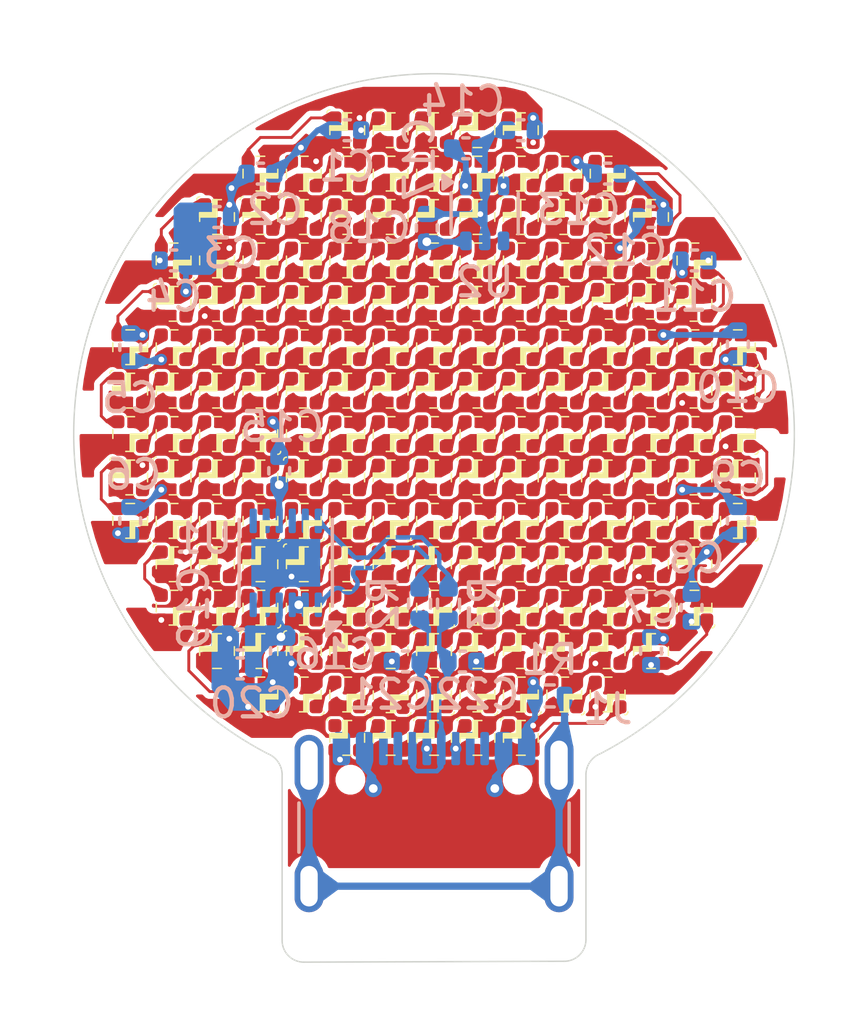
<source format=kicad_pcb>
(kicad_pcb (version 20240108) (generator "pcbnew") (generator_version "8.0")
  (layers (0 "F.Cu" signal) (1 "In1.Cu" signal) (2 "In2.Cu" signal) (31 "B.Cu" signal) (34 "B.Paste" user) (35 "F.Paste" user) (36 "B.SilkS" user "B.Silkscreen") (37 "F.SilkS" user "F.Silkscreen") (38 "B.Mask" user) (39 "F.Mask" user) (44 "Edge.Cuts" user))
  (net 0 "")
  (net 1 "+5V")
  (net 2 "DATA_IN")
  (net 3 "Net-(D1-DO)")
  (net 4 "Net-(D2-DO)")
  (net 5 "Net-(D3-DO)")
  (net 6 "Net-(D4-DO)")
  (net 7 "Net-(D5-DO)")
  (net 8 "Net-(D6-DO)")
  (net 9 "Net-(D7-DO)")
  (net 10 "Net-(D8-DO)")
  (net 11 "Net-(D10-DI)")
  (net 12 "Net-(D10-DO)")
  (net 13 "Net-(D11-DO)")
  (net 14 "Net-(D12-DO)")
  (net 15 "Net-(D13-DO)")
  (net 16 "Net-(D14-DO)")
  (net 17 "Net-(D15-DO)")
  (net 18 "Net-(D16-DO)")
  (net 19 "Net-(D17-DO)")
  (net 20 "Net-(D18-DO)")
  (net 21 "Net-(D19-DO)")
  (net 22 "DATA_THRU1")
  (net 23 "Net-(D21-DO)")
  (net 24 "Net-(D22-DO)")
  (net 25 "Net-(D23-DO)")
  (net 26 "Net-(D24-DO)")
  (net 27 "Net-(D25-DO)")
  (net 28 "Net-(D26-DO)")
  (net 29 "Net-(D27-DO)")
  (net 30 "Net-(D28-DO)")
  (net 31 "Net-(D29-DO)")
  (net 32 "Net-(D30-DO)")
  (net 33 "Net-(D31-DO)")
  (net 34 "Net-(D32-DO)")
  (net 35 "Net-(D33-DO)")
  (net 36 "Net-(D34-DO)")
  (net 37 "Net-(D35-DO)")
  (net 38 "Net-(D36-DO)")
  (net 39 "Net-(D37-DO)")
  (net 40 "Net-(D38-DO)")
  (net 41 "Net-(D39-DO)")
  (net 42 "DATA_THRU2")
  (net 43 "Net-(D41-DO)")
  (net 44 "Net-(D42-DO)")
  (net 45 "Net-(D43-DO)")
  (net 46 "Net-(D44-DO)")
  (net 47 "Net-(D45-DO)")
  (net 48 "Net-(D46-DO)")
  (net 49 "Net-(D47-DO)")
  (net 50 "Net-(D48-DO)")
  (net 51 "Net-(D49-DO)")
  (net 52 "Net-(D50-DO)")
  (net 53 "Net-(D51-DO)")
  (net 54 "Net-(D52-DO)")
  (net 55 "Net-(D53-DO)")
  (net 56 "Net-(D54-DO)")
  (net 57 "Net-(D55-DO)")
  (net 58 "Net-(D56-DO)")
  (net 59 "Net-(D57-DO)")
  (net 60 "Net-(D58-DO)")
  (net 61 "Net-(D59-DO)")
  (net 62 "DATA_THRU3")
  (net 63 "Net-(D61-DO)")
  (net 64 "Net-(D62-DO)")
  (net 65 "Net-(D63-DO)")
  (net 66 "Net-(D64-DO)")
  (net 67 "Net-(D65-DO)")
  (net 68 "Net-(D66-DO)")
  (net 69 "Net-(D67-DO)")
  (net 70 "Net-(D68-DO)")
  (net 71 "Net-(D69-DO)")
  (net 72 "Net-(D70-DO)")
  (net 73 "Net-(D71-DO)")
  (net 74 "Net-(D72-DO)")
  (net 75 "Net-(D73-DO)")
  (net 76 "Net-(D74-DO)")
  (net 77 "Net-(D75-DO)")
  (net 78 "Net-(D76-DO)")
  (net 79 "Net-(D77-DO)")
  (net 80 "Net-(D78-DO)")
  (net 81 "Net-(D79-DO)")
  (net 82 "DATA_THRU4")
  (net 83 "Net-(D81-DO)")
  (net 84 "Net-(D82-DO)")
  (net 85 "Net-(D83-DO)")
  (net 86 "Net-(D84-DO)")
  (net 87 "Net-(D85-DO)")
  (net 88 "Net-(D86-DO)")
  (net 89 "Net-(D87-DO)")
  (net 90 "Net-(D88-DO)")
  (net 91 "Net-(D89-DO)")
  (net 92 "Net-(D90-DO)")
  (net 93 "Net-(D91-DO)")
  (net 94 "Net-(D92-DO)")
  (net 95 "Net-(D93-DO)")
  (net 96 "Net-(D94-DO)")
  (net 97 "Net-(D95-DO)")
  (net 98 "Net-(D96-DO)")
  (net 99 "Net-(D97-DO)")
  (net 100 "Net-(D98-DO)")
  (net 101 "Net-(D100-DI)")
  (net 102 "DATA_THRU5")
  (net 103 "Net-(D101-DO)")
  (net 104 "Net-(D102-DO)")
  (net 105 "Net-(D103-DO)")
  (net 106 "Net-(D104-DO)")
  (net 107 "Net-(D105-DO)")
  (net 108 "Net-(D106-DO)")
  (net 109 "Net-(D107-DO)")
  (net 110 "Net-(D108-DO)")
  (net 111 "Net-(D109-DO)")
  (net 112 "Net-(D110-DO)")
  (net 113 "Net-(D111-DO)")
  (net 114 "Net-(D112-DO)")
  (net 115 "Net-(D113-DO)")
  (net 116 "Net-(D114-DO)")
  (net 117 "Net-(D115-DO)")
  (net 118 "Net-(D116-DO)")
  (net 119 "Net-(D117-DO)")
  (net 120 "Net-(D118-DO)")
  (net 121 "Net-(D119-DO)")
  (net 122 "DATA_THRU6")
  (net 123 "Net-(D121-DO)")
  (net 124 "Net-(D122-DO)")
  (net 125 "Net-(D123-DO)")
  (net 126 "Net-(D124-DO)")
  (net 127 "Net-(D125-DO)")
  (net 128 "Net-(D126-DO)")
  (net 129 "Net-(D127-DO)")
  (net 130 "Net-(D128-DO)")
  (net 131 "Net-(D129-DO)")
  (net 132 "Net-(D130-DO)")
  (net 133 "Net-(D131-DO)")
  (net 134 "Net-(D132-DO)")
  (net 135 "Net-(D133-DO)")
  (net 136 "Net-(D134-DO)")
  (net 137 "Net-(D135-DO)")
  (net 138 "DATA_THRU7")
  (net 139 "Net-(D137-DO)")
  (net 140 "Net-(D138-DO)")
  (net 141 "Net-(D139-DO)")
  (net 142 "Net-(D140-DO)")
  (net 143 "Net-(D141-DO)")
  (net 144 "Net-(D142-DO)")
  (net 145 "Net-(D143-DO)")
  (net 146 "Net-(D144-DO)")
  (net 147 "Net-(D145-DO)")
  (net 148 "Net-(D146-DO)")
  (net 149 "Net-(D147-DO)")
  (net 150 "Net-(D148-DO)")
  (net 151 "Net-(D149-DO)")
  (net 152 "Net-(D150-DO)")
  (net 153 "Net-(D151-DO)")
  (net 154 "DATA_THRU8")
  (net 155 "Net-(D153-DO)")
  (net 156 "Net-(D154-DO)")
  (net 157 "Net-(D155-DO)")
  (net 158 "Net-(D156-DO)")
  (net 159 "Net-(D157-DO)")
  (net 160 "Net-(D158-DO)")
  (net 161 "Net-(D159-DO)")
  (net 162 "Net-(D160-DO)")
  (net 163 "Net-(D161-DO)")
  (net 164 "Net-(D162-DO)")
  (net 165 "Net-(D163-DO)")
  (net 166 "Net-(D164-DO)")
  (net 167 "Net-(D165-DO)")
  (net 168 "Net-(D166-DO)")
  (net 169 "Net-(D167-DO)")
  (net 170 "DATA_THRU9")
  (net 171 "Net-(D169-DO)")
  (net 172 "Net-(D170-DO)")
  (net 173 "Net-(D171-DO)")
  (net 174 "Net-(D172-DO)")
  (net 175 "Net-(D173-DO)")
  (net 176 "Net-(D174-DO)")
  (net 177 "Net-(D175-DO)")
  (net 178 "Net-(D176-DO)")
  (net 180 "Earth")
  (net 181 "USB_D-")
  (net 182 "USB_D+")
  (net 183 "/MCU/USB_D'-")
  (net 184 "VUSB")
  (net 185 "EXT_TX")
  (net 187 "/MCU/USB_D'+")
  (net 188 "EXT_RX")
  (net 190 "Net-(J1-SHIELD)")
  (net 195 "+3V3")
  (net 197 "LED_DATA")
  (footprint "LED_SMD:XINGLIGHT-XL-1010RGBC" (layer "F.Cu") (at 47 54.5)
    (property "Reference" "D135")
    (property "Value" "XL-1010RGBC-WS2812B" (hide yes))
  )
  (footprint "LED_SMD:XINGLIGHT-XL-1010RGBC" (layer "F.Cu") (at 56 41 180)
    (property "Reference" "D14")
    (property "Value" "XL-1010RGBC-WS2812B" (hide yes))
  )
  (footprint "LED_SMD:XINGLIGHT-XL-1010RGBC" (layer "F.Cu") (at 44 53 180)
    (property "Reference" "D115")
    (property "Value" "XL-1010RGBC-WS2812B" (hide yes))
  )
  (footprint "LED_SMD:XINGLIGHT-XL-1010RGBC" (layer "F.Cu") (at 59 56 180)
    (property "Reference" "D152")
    (property "Value" "XL-1010RGBC-WS2812B" (hide yes))
  )
  (footprint "LED_SMD:XINGLIGHT-XL-1010RGBC" (layer "F.Cu") (at 54.5 59 180)
    (property "Reference" "D171")
    (property "Value" "XL-1010RGBC-WS2812B" (hide yes))
  )
  (footprint "LED_SMD:XINGLIGHT-XL-1010RGBC" (layer "F.Cu") (at 42.5 45.5)
    (property "Reference" "D50")
    (property "Value" "XL-1010RGBC-WS2812B" (hide yes))
  )
  (footprint "LED_SMD:XINGLIGHT-XL-1010RGBC" (layer "F.Cu") (at 42.5 54.5)
    (property "Reference" "D138")
    (property "Value" "XL-1010RGBC-WS2812B" (hide yes))
  )
  (footprint "LED_SMD:XINGLIGHT-XL-1010RGBC" (layer "F.Cu") (at 59 51.5)
    (property "Reference" "D98")
    (property "Value" "XL-1010RGBC-WS2812B" (hide yes))
  )
  (footprint "LED_SMD:XINGLIGHT-XL-1010RGBC" (layer "F.Cu") (at 47 50 180)
    (property "Reference" "D87")
    (property "Value" "XL-1010RGBC-WS2812B" (hide yes))
  )
  (footprint "LED_SMD:XINGLIGHT-XL-1010RGBC" (layer "F.Cu") (at 51.5 60.5)
    (property "Reference" "D174")
    (property "Value" "XL-1010RGBC-WS2812B" (hide yes))
  )
  (footprint "LED_SMD:XINGLIGHT-XL-1010RGBC" (layer "F.Cu") (at 48.5 60.5)
    (property "Reference" "D176")
    (property "Value" "XL-1010RGBC-WS2812B" (hide yes))
  )
  (footprint "LED_SMD:XINGLIGHT-XL-1010RGBC" (layer "F.Cu") (at 45.5 44 180)
    (property "Reference" "D29")
    (property "Value" "XL-1010RGBC-WS2812B" (hide yes))
  )
  (footprint "LED_SMD:XINGLIGHT-XL-1010RGBC" (layer "F.Cu") (at 53 44 180)
    (property "Reference" "D34")
    (property "Value" "XL-1010RGBC-WS2812B" (hide yes))
  )
  (footprint "LED_SMD:XINGLIGHT-XL-1010RGBC" (layer "F.Cu") (at 42.5 48.5)
    (property "Reference" "D79")
    (property "Value" "XL-1010RGBC-WS2812B" (hide yes))
  )
  (footprint "LED_SMD:XINGLIGHT-XL-1010RGBC" (layer "F.Cu") (at 48.5 57.5)
    (property "Reference" "D159")
    (property "Value" "XL-1010RGBC-WS2812B" (hide yes))
  )
  (footprint "LED_SMD:XINGLIGHT-XL-1010RGBC" (layer "F.Cu") (at 57.5 53 180)
    (property "Reference" "D124")
    (property "Value" "XL-1010RGBC-WS2812B" (hide yes))
  )
  (footprint "LED_SMD:XINGLIGHT-XL-1010RGBC" (layer "F.Cu") (at 59 50 180)
    (property "Reference" "D95")
    (property "Value" "XL-1010RGBC-WS2812B" (hide yes))
  )
  (footprint "LED_SMD:XINGLIGHT-XL-1010RGBC" (layer "F.Cu") (at 44 44 180)
    (property "Reference" "D28")
    (property "Value" "XL-1010RGBC-WS2812B" (hide yes))
  )
  (footprint "LED_SMD:XINGLIGHT-XL-1010RGBC" (layer "F.Cu") (at 44 50 180)
    (property "Reference" "D85")
    (property "Value" "XL-1010RGBC-WS2812B" (hide yes))
  )
  (footprint "LED_SMD:XINGLIGHT-XL-1010RGBC" (layer "F.Cu") (at 59 44 180)
    (property "Reference" "D38")
    (property "Value" "XL-1010RGBC-WS2812B" (hide yes))
  )
  (footprint "LED_SMD:XINGLIGHT-XL-1010RGBC" (layer "F.Cu") (at 48.5 50 180)
    (property "Reference" "D88")
    (property "Value" "XL-1010RGBC-WS2812B" (hide yes))
  )
  (footprint "LED_SMD:XINGLIGHT-XL-1010RGBC" (layer "F.Cu") (at 45.5 48.5)
    (property "Reference" "D77")
    (property "Value" "XL-1010RGBC-WS2812B" (hide yes))
  )
  (footprint "LED_SMD:XINGLIGHT-XL-1010RGBC" (layer "F.Cu") (at 54.5 57.5)
    (property "Reference" "D155")
    (property "Value" "XL-1010RGBC-WS2812B" (hide yes))
  )
  (footprint "LED_SMD:XINGLIGHT-XL-1010RGBC" (layer "F.Cu") (at 47 44 180)
    (property "Reference" "D30")
    (property "Value" "XL-1010RGBC-WS2812B" (hide yes))
  )
  (footprint "LED_SMD:XINGLIGHT-XL-1010RGBC" (layer "F.Cu") (at 56 47 180)
    (property "Reference" "D63")
    (property "Value" "XL-1010RGBC-WS2812B" (hide yes))
  )
  (footprint "LED_SMD:XINGLIGHT-XL-1010RGBC" (layer "F.Cu") (at 48.5 47 180)
    (property "Reference" "D58")
    (property "Value" "XL-1010RGBC-WS2812B" (hide yes))
  )
  (footprint "LED_SMD:XINGLIGHT-XL-1010RGBC" (layer "F.Cu") (at 57.5 42.5)
    (property "Reference" "D15")
    (property "Value" "XL-1010RGBC-WS2812B" (hide yes))
  )
  (footprint "LED_SMD:XINGLIGHT-XL-1010RGBC" (layer "F.Cu") (at 41 47 180)
    (property "Reference" "D53")
    (property "Value" "XL-1010RGBC-WS2812B" (hide yes))
  )
  (footprint "LED_SMD:XINGLIGHT-XL-1010RGBC" (layer "F.Cu") (at 51.5 57.5)
    (property "Reference" "D157")
    (property "Value" "XL-1010RGBC-WS2812B" (hide yes))
  )
  (footprint "LED_SMD:XINGLIGHT-XL-1010RGBC" (layer "F.Cu") (at 48.5 41 180)
    (property "Reference" "D9")
    (property "Value" "XL-1010RGBC-WS2812B" (hide yes))
  )
  (footprint "LED_SMD:XINGLIGHT-XL-1010RGBC" (layer "F.Cu") (at 48.5 56 180)
    (property "Reference" "D145")
    (property "Value" "XL-1010RGBC-WS2812B" (hide yes))
  )
  (footprint "LED_SMD:XINGLIGHT-XL-1010RGBC" (layer "F.Cu") (at 45.5 50 180)
    (property "Reference" "D86")
    (property "Value" "XL-1010RGBC-WS2812B" (hide yes))
  )
  (footprint "LED_SMD:XINGLIGHT-XL-1010RGBC" (layer "F.Cu") (at 60.5 47 180)
    (property "Reference" "D66")
    (property "Value" "XL-1010RGBC-WS2812B" (hide yes))
  )
  (footprint "LED_SMD:XINGLIGHT-XL-1010RGBC" (layer "F.Cu") (at 41 50 180)
    (property "Reference" "D83")
    (property "Value" "XL-1010RGBC-WS2812B" (hide yes))
  )
  (footprint "LED_SMD:XINGLIGHT-XL-1010RGBC" (layer "F.Cu") (at 50 44 180)
    (property "Reference" "D32")
    (property "Value" "XL-1010RGBC-WS2812B" (hide yes))
  )
  (footprint "LED_SMD:XINGLIGHT-XL-1010RGBC" (layer "F.Cu") (at 50 51.5)
    (property "Reference" "D104")
    (property "Value" "XL-1010RGBC-WS2812B" (hide yes))
  )
  (footprint "LED_SMD:XINGLIGHT-XL-1010RGBC" (layer "F.Cu") (at 39.5 53 180)
    (property "Reference" "D112")
    (property "Value" "XL-1010RGBC-WS2812B" (hide yes))
  )
  (footprint "LED_SMD:XINGLIGHT-XL-1010RGBC" (layer "F.Cu") (at 44 54.5)
    (property "Reference" "D137")
    (property "Value" "XL-1010RGBC-WS2812B" (hide yes))
  )
  (footprint "LED_SMD:XINGLIGHT-XL-1010RGBC" (layer "F.Cu") (at 53 56 180)
    (property "Reference" "D148")
    (property "Value" "XL-1010RGBC-WS2812B" (hide yes))
  )
  (footprint "LED_SMD:XINGLIGHT-XL-1010RGBC" (layer "F.Cu") (at 60.5 48.5)
    (property "Reference" "D67")
    (property "Value" "XL-1010RGBC-WS2812B" (hide yes))
  )
  (footprint "LED_SMD:XINGLIGHT-XL-1010RGBC" (layer "F.Cu") (at 39.5 51.5)
    (property "Reference" "D111")
    (property "Value" "XL-1010RGBC-WS2812B" (hide yes))
  )
  (footprint "LED_SMD:XINGLIGHT-XL-1010RGBC" (layer "F.Cu") (at 44 51.5)
    (property "Reference" "D108")
    (property "Value" "XL-1010RGBC-WS2812B" (hide yes))
  )
  (footprint "LED_SMD:XINGLIGHT-XL-1010RGBC" (layer "F.Cu") (at 47 41 180)
    (property "Reference" "D8")
    (property "Value" "XL-1010RGBC-WS2812B" (hide yes))
  )
  (footprint "LED_SMD:XINGLIGHT-XL-1010RGBC" (layer "F.Cu") (at 42.5 57.5)
    (property "Reference" "D163")
    (property "Value" "XL-1010RGBC-WS2812B" (hide yes))
  )
  (footprint "LED_SMD:XINGLIGHT-XL-1010RGBC" (layer "F.Cu") (at 45.5 41 180)
    (property "Reference" "D7")
    (property "Value" "XL-1010RGBC-WS2812B" (hide yes))
  )
  (footprint "LED_SMD:XINGLIGHT-XL-1010RGBC" (layer "F.Cu") (at 48.5 44 180)
    (property "Reference" "D31")
    (property "Value" "XL-1010RGBC-WS2812B" (hide yes))
  )
  (footprint "LED_SMD:XINGLIGHT-XL-1010RGBC" (layer "F.Cu") (at 41 48.5)
    (property "Reference" "D80")
    (property "Value" "XL-1010RGBC-WS2812B" (hide yes))
  )
  (footprint "LED_SMD:XINGLIGHT-XL-1010RGBC" (layer "F.Cu") (at 42.5 44 180)
    (property "Reference" "D27")
    (property "Value" "XL-1010RGBC-WS2812B" (hide yes))
  )
  (footprint "LED_SMD:XINGLIGHT-XL-1010RGBC" (layer "F.Cu") (at 56 44 180)
    (property "Reference" "D36")
    (property "Value" "XL-1010RGBC-WS2812B" (hide yes))
  )
  (footprint "LED_SMD:XINGLIGHT-XL-1010RGBC" (layer "F.Cu") (at 53 54.5)
    (property "Reference" "D131")
    (property "Value" "XL-1010RGBC-WS2812B" (hide yes))
  )
  (footprint "LED_SMD:XINGLIGHT-XL-1010RGBC" (layer "F.Cu") (at 53 57.5)
    (property "Reference" "D156")
    (property "Value" "XL-1010RGBC-WS2812B" (hide yes))
  )
  (footprint "LED_SMD:XINGLIGHT-XL-1010RGBC" (layer "F.Cu") (at 50 50 180)
    (property "Reference" "D89")
    (property "Value" "XL-1010RGBC-WS2812B" (hide yes))
  )
  (footprint "LED_SMD:XINGLIGHT-XL-1010RGBC" (layer "F.Cu") (at 47 39.5)
    (property "Reference" "D5")
    (property "Value" "XL-1010RGBC-WS2812B" (hide yes))
  )
  (footprint "LED_SMD:XINGLIGHT-XL-1010RGBC" (layer "F.Cu") (at 47 60.5)
    (property "Reference" "D177")
    (property "Value" "XL-1010RGBC-WS2812B" (hide yes))
  )
  (footprint "LED_SMD:XINGLIGHT-XL-1010RGBC" (layer "F.Cu") (at 45.5 53 180)
    (property "Reference" "D116")
    (property "Value" "XL-1010RGBC-WS2812B" (hide yes))
  )
  (footprint "LED_SMD:XINGLIGHT-XL-1010RGBC" (layer "F.Cu") (at 50 39.5)
    (property "Reference" "D3")
    (property "Value" "XL-1010RGBC-WS2812B" (hide yes))
  )
  (footprint "LED_SMD:XINGLIGHT-XL-1010RGBC" (layer "F.Cu") (at 54.5 54.5)
    (property "Reference" "D130")
    (property "Value" "XL-1010RGBC-WS2812B" (hide yes))
  )
  (footprint "LED_SMD:XINGLIGHT-XL-1010RGBC" (layer "F.Cu") (at 60.5 53 180)
    (property "Reference" "D126")
    (property "Value" "XL-1010RGBC-WS2812B" (hide yes))
  )
  (footprint "LED_SMD:XINGLIGHT-XL-1010RGBC" (layer "F.Cu") (at 41 56 180)
    (property "Reference" "D140")
    (property "Value" "XL-1010RGBC-WS2812B" (hide yes))
  )
  (footprint "LED_SMD:XINGLIGHT-XL-1010RGBC" (layer "F.Cu") (at 59 54.5)
    (property "Reference" "D127")
    (property "Value" "XL-1010RGBC-WS2812B" (hide yes))
  )
  (footprint "LED_SMD:XINGLIGHT-XL-1010RGBC" (layer "F.Cu") (at 45.5 59 180)
    (property "Reference" "D165")
    (property "Value" "XL-1010RGBC-WS2812B" (hide yes))
  )
  (footprint "LED_SMD:XINGLIGHT-XL-1010RGBC" (layer "F.Cu") (at 47 47 180)
    (property "Reference" "D57")
    (property "Value" "XL-1010RGBC-WS2812B" (hide yes))
  )
  (footprint "LED_SMD:XINGLIGHT-XL-1010RGBC" (layer "F.Cu") (at 41 45.5)
    (property "Reference" "D51")
    (property "Value" "XL-1010RGBC-WS2812B" (hide yes))
  )
  (footprint "LED_SMD:XINGLIGHT-XL-1010RGBC" (layer "F.Cu") (at 54.5 47 180)
    (property "Reference" "D62")
    (property "Value" "XL-1010RGBC-WS2812B" (hide yes))
  )
  (footprint "LED_SMD:XINGLIGHT-XL-1010RGBC" (layer "F.Cu") (at 51.5 50 180)
    (property "Reference" "D90")
    (property "Value" "XL-1010RGBC-WS2812B" (hide yes))
  )
  (footprint "LED_SMD:XINGLIGHT-XL-1010RGBC" (layer "F.Cu") (at 42.5 47 180)
    (property "Reference" "D54")
    (property "Value" "XL-1010RGBC-WS2812B" (hide yes))
  )
  (footprint "LED_SMD:XINGLIGHT-XL-1010RGBC" (layer "F.Cu") (at 56 42.5)
    (property "Reference" "D16")
    (property "Value" "XL-1010RGBC-WS2812B" (hide yes))
  )
  (footprint "LED_SMD:XINGLIGHT-XL-1010RGBC" (layer "F.Cu") (at 57.5 48.5)
    (property "Reference" "D69")
    (property "Value" "XL-1010RGBC-WS2812B" (hide yes))
  )
  (footprint "LED_SMD:XINGLIGHT-XL-1010RGBC" (layer "F.Cu") (at 44 59 180)
    (property "Reference" "D164")
    (property "Value" "XL-1010RGBC-WS2812B" (hide yes))
  )
  (footprint "LED_SMD:XINGLIGHT-XL-1010RGBC" (layer "F.Cu") (at 50 57.5)
    (property "Reference" "D158")
    (property "Value" "XL-1010RGBC-WS2812B" (hide yes))
  )
  (footprint "LED_SMD:XINGLIGHT-XL-1010RGBC" (layer "F.Cu") (at 54.5 45.5)
    (property "Reference" "D42")
    (property "Value" "XL-1010RGBC-WS2812B" (hide yes))
  )
  (footprint "LED_SMD:XINGLIGHT-XL-1010RGBC" (layer "F.Cu") (at 50 56 180)
    (property "Reference" "D146")
    (property "Value" "XL-1010RGBC-WS2812B" (hide yes))
  )
  (footprint "LED_SMD:XINGLIGHT-XL-1010RGBC" (layer "F.Cu") (at 57.5 50 180)
    (property "Reference" "D94")
    (property "Value" "XL-1010RGBC-WS2812B" (hide yes))
  )
  (footprint "LED_SMD:XINGLIGHT-XL-1010RGBC" (layer "F.Cu") (at 60.5 51.5)
    (property "Reference" "D97")
    (property "Value" "XL-1010RGBC-WS2812B" (hide yes))
  )
  (footprint "LED_SMD:XINGLIGHT-XL-1010RGBC" (layer "F.Cu") (at 54.5 42.5)
    (property "Reference" "D17")
    (property "Value" "XL-1010RGBC-WS2812B" (hide yes))
  )
  (footprint "LED_SMD:XINGLIGHT-XL-1010RGBC" (layer "F.Cu") (at 54.5 56 180)
    (property "Reference" "D149")
    (property "Value" "XL-1010RGBC-WS2812B" (hide yes))
  )
  (footprint "LED_SMD:XINGLIGHT-XL-1010RGBC" (layer "F.Cu") (at 45.5 42.5)
    (property "Reference" "D23")
    (property "Value" "XL-1010RGBC-WS2812B" (hide yes))
  )
  (footprint "LED_SMD:XINGLIGHT-XL-1010RGBC" (layer "F.Cu") (at 44 47 180)
    (property "Reference" "D55")
    (property "Value" "XL-1010RGBC-WS2812B" (hide yes))
  )
  (footprint "LED_SMD:XINGLIGHT-XL-1010RGBC" (layer "F.Cu") (at 53 59 180)
    (property "Reference" "D170")
    (property "Value" "XL-1010RGBC-WS2812B" (hide yes))
  )
  (footprint "LED_SMD:XINGLIGHT-XL-1010RGBC" (layer "F.Cu") (at 41 54.5)
    (property "Reference" "D139")
    (property "Value" "XL-1010RGBC-WS2812B" (hide yes))
  )
  (footprint "LED_SMD:XINGLIGHT-XL-1010RGBC" (layer "F.Cu") (at 41 44 180)
    (property "Reference" "D26")
    (property "Value" "XL-1010RGBC-WS2812B" (hide yes))
  )
  (footprint "LED_SMD:XINGLIGHT-XL-1010RGBC" (layer "F.Cu") (at 54.5 41 180)
    (property "Reference" "D13")
    (property "Value" "XL-1010RGBC-WS2812B" (hide yes))
  )
  (footprint "LED_SMD:XINGLIGHT-XL-1010RGBC" (layer "F.Cu") (at 59 48.5)
    (property "Reference" "D68")
    (property "Value" "XL-1010RGBC-WS2812B" (hide yes))
  )
  (footprint "LED_SMD:XINGLIGHT-XL-1010RGBC" (layer "F.Cu") (at 57.5 57.5)
    (property "Reference" "D153")
    (property "Value" "XL-1010RGBC-WS2812B" (hide yes))
  )
  (footprint "LED_SMD:XINGLIGHT-XL-1010RGBC" (layer "F.Cu") (at 50 42.5)
    (property "Reference" "D20")
    (property "Value" "XL-1010RGBC-WS2812B" (hide yes))
  )
  (footprint "LED_SMD:XINGLIGHT-XL-1010RGBC" (layer "F.Cu") (at 54.5 44 180)
    (property "Reference" "D35")
    (property "Value" "XL-1010RGBC-WS2812B" (hide yes))
  )
  (footprint "LED_SMD:XINGLIGHT-XL-1010RGBC" (layer "F.Cu") (at 53 60.5)
    (property "Reference" "D173")
    (property "Value" "XL-1010RGBC-WS2812B" (hide yes))
  )
  (footprint "LED_SMD:XINGLIGHT-XL-1010RGBC" (layer "F.Cu") (at 45.5 45.5)
    (property "Reference" "D48")
    (property "Value" "XL-1010RGBC-WS2812B" (hide yes))
  )
  (footprint "LED_SMD:XINGLIGHT-XL-1010RGBC" (layer "F.Cu") (at 50 48.5)
    (property "Reference" "D74")
    (property "Value" "XL-1010RGBC-WS2812B" (hide yes))
  )
  (footprint "LED_SMD:XINGLIGHT-XL-1010RGBC" (layer "F.Cu") (at 51.5 44 180)
    (property "Reference" "D33")
    (property "Value" "XL-1010RGBC-WS2812B" (hide yes))
  )
  (footprint "LED_SMD:XINGLIGHT-XL-1010RGBC" (layer "F.Cu") (at 39.5 47 180)
    (property "Reference" "D52")
    (property "Value" "XL-1010RGBC-WS2812B" (hide yes))
  )
  (footprint "LED_SMD:XINGLIGHT-XL-1010RGBC" (layer "F.Cu") (at 56 51.5)
    (property "Reference" "D100")
    (property "Value" "XL-1010RGBC-WS2812B" (hide yes))
  )
  (footprint "LED_SMD:XINGLIGHT-XL-1010RGBC" (layer "F.Cu") (at 53 53 180)
    (property "Reference" "D121")
    (property "Value" "XL-1010RGBC-WS2812B" (hide yes))
  )
  (footprint "LED_SMD:XINGLIGHT-XL-1010RGBC" (layer "F.Cu") (at 50 59 180)
    (property "Reference" "D168")
    (property "Value" "XL-1010RGBC-WS2812B" (hide yes))
  )
  (footprint "LED_SMD:XINGLIGHT-XL-1010RGBC" (layer "F.Cu") (at 50 54.5)
    (property "Reference" "D133")
    (property "Value" "XL-1010RGBC-WS2812B" (hide yes))
  )
  (footprint "LED_SMD:XINGLIGHT-XL-1010RGBC" (layer "F.Cu") (at 54.5 51.5)
    (property "Reference" "D101")
    (property "Value" "XL-1010RGBC-WS2812B" (hide yes))
  )
  (footprint "LED_SMD:XINGLIGHT-XL-1010RGBC" (layer "F.Cu") (at 53 42.5)
    (property "Reference" "D18")
    (property "Value" "XL-1010RGBC-WS2812B" (hide yes))
  )
  (footprint "LED_SMD:XINGLIGHT-XL-1010RGBC" (layer "F.Cu") (at 48.5 53 180)
    (property "Reference" "D118")
    (property "Value" "XL-1010RGBC-WS2812B" (hide yes))
  )
  (footprint "LED_SMD:XINGLIGHT-XL-1010RGBC" (layer "F.Cu") (at 56.075 45.425)
    (property "Reference" "D41")
    (property "Value" "XL-1010RGBC-WS2812B" (hide yes))
  )
  (footprint "LED_SMD:XINGLIGHT-XL-1010RGBC" (layer "F.Cu") (at 56 53 180)
    (property "Reference" "D123")
    (property "Value" "XL-1010RGBC-WS2812B" (hide yes))
  )
  (footprint "LED_SMD:XINGLIGHT-XL-1010RGBC" (layer "F.Cu") (at 39.5 50 180)
    (property "Reference" "D82")
    (property "Value" "XL-1010RGBC-WS2812B" (hide yes))
  )
  (footprint "LED_SMD:XINGLIGHT-XL-1010RGBC" (layer "F.Cu") (at 57.5 51.5)
    (property "Reference" "D99")
    (property "Value" "XL-1010RGBC-WS2812B" (hide yes))
  )
  (footprint "LED_SMD:XINGLIGHT-XL-1010RGBC" (layer "F.Cu") (at 50 53 180)
    (property "Reference" "D119")
    (property "Value" "XL-1010RGBC-WS2812B" (hide yes))
  )
  (footprint "LED_SMD:XINGLIGHT-XL-1010RGBC" (layer "F.Cu") (at 59 45.5)
    (property "Reference" "D39")
    (property "Value" "XL-1010RGBC-WS2812B" (hide yes))
  )
  (footprint "LED_SMD:XINGLIGHT-XL-1010RGBC" (layer "F.Cu") (at 47 48.5)
    (property "Reference" "D76")
    (property "Value" "XL-1010RGBC-WS2812B" (hide yes))
  )
  (footprint "LED_SMD:XINGLIGHT-XL-1010RGBC" (layer "F.Cu") (at 45.5 51.5)
    (property "Reference" "D107")
    (property "Value" "XL-1010RGBC-WS2812B" (hide yes))
  )
  (footprint "LED_SMD:XINGLIGHT-XL-1010RGBC" (layer "F.Cu") (at 57.5 54.5)
    (property "Reference" "D128")
    (property "Value" "XL-1010RGBC-WS2812B" (hide yes))
  )
  (footprint "LED_SMD:XINGLIGHT-XL-1010RGBC" (layer "F.Cu") (at 41 53 180)
    (property "Reference" "D113")
    (property "Value" "XL-1010RGBC-WS2812B" (hide yes))
  )
  (footprint "LED_SMD:XINGLIGHT-XL-1010RGBC" (layer "F.Cu") (at 45.5 54.5)
    (property "Reference" "D136")
    (property "Value" "XL-1010RGBC-WS2812B" (hide yes))
  )
  (footprint "LED_SMD:XINGLIGHT-XL-1010RGBC" (layer "F.Cu") (at 44 42.5)
    (property "Reference" "D24")
    (property "Value" "XL-1010RGBC-WS2812B" (hide yes))
  )
  (footprint "LED_SMD:XINGLIGHT-XL-1010RGBC" (layer "F.Cu") (at 48.5 51.5)
    (property "Reference" "D105")
    (property "Value" "XL-1010RGBC-WS2812B" (hide yes))
  )
  (footprint "LED_SMD:XINGLIGHT-XL-1010RGBC" (layer "F.Cu") (at 50 41 180)
    (property "Reference" "D10")
    (property "Value" "XL-1010RGBC-WS2812B" (hide yes))
  )
  (footprint "LED_SMD:XINGLIGHT-XL-1010RGBC" (layer "F.Cu") (at 42.5 56 180)
    (property "Reference" "D141")
    (property "Value" "XL-1010RGBC-WS2812B" (hide yes))
  )
  (footprint "LED_SMD:XINGLIGHT-XL-1010RGBC" (layer "F.Cu") (at 53 39.5)
    (property "Reference" "D1")
    (property "Value" "XL-1010RGBC-WS2812B" (hide yes))
  )
  (footprint "LED_SMD:XINGLIGHT-XL-1010RGBC" (layer "F.Cu") (at 56 48.5)
    (property "Reference" "D70")
    (property "Value" "XL-1010RGBC-WS2812B" (hide yes))
  )
  (footprint "LED_SMD:XINGLIGHT-XL-1010RGBC" (layer "F.Cu") (at 51.5 48.5)
    (property "Reference" "D73")
    (property "Value" "XL-1010RGBC-WS2812B" (hide yes))
  )
  (footprint "LED_SMD:XINGLIGHT-XL-1010RGBC" (layer "F.Cu") (at 44 56 180)
    (property "Reference" "D142")
    (property "Value" "XL-1010RGBC-WS2812B" (hide yes))
  )
  (footprint "LED_SMD:XINGLIGHT-XL-1010RGBC" (layer "F.Cu") (at 47 51.5)
    (property "Reference" "D106")
    (property "Value" "XL-1010RGBC-WS2812B" (hide yes))
  )
  (footprint "LED_SMD:XINGLIGHT-XL-1010RGBC" (layer "F.Cu") (at 53 50 180)
    (property "Reference" "D91")
    (property "Value" "XL-1010RGBC-WS2812B" (hide yes))
  )
  (footprint "LED_SMD:XINGLIGHT-XL-1010RGBC" (layer "F.Cu") (at 56 57.5)
    (property "Reference" "D154")
    (property "Value" "XL-1010RGBC-WS2812B" (hide yes))
  )
  (footprint "LED_SMD:XINGLIGHT-XL-1010RGBC" (layer "F.Cu") (at 59 53 180)
    (property "Reference" "D125")
    (property "Value" "XL-1010RGBC-WS2812B" (hide yes))
  )
  (footprint "LED_SMD:XINGLIGHT-XL-1010RGBC" (layer "F.Cu") (at 47 53 180)
    (property "Reference" "D117")
    (property "Value" "XL-1010RGBC-WS2812B" (hide yes))
  )
  (footprint "LED_SMD:XINGLIGHT-XL-1010RGBC" (layer "F.Cu") (at 51.5 53 180)
    (property "Reference" "D120")
    (property "Value" "XL-1010RGBC-WS2812B" (hide yes))
  )
  (footprint "LED_SMD:XINGLIGHT-XL-1010RGBC" (layer "F.Cu") (at 51.5 47 180)
    (property "Reference" "D60")
    (property "Value" "XL-1010RGBC-WS2812B" (hide yes))
  )
  (footprint "LED_SMD:XINGLIGHT-XL-1010RGBC" (layer "F.Cu") (at 42.5 51.5)
    (property "Reference" "D109")
    (property "Value" "XL-1010RGBC-WS2812B" (hide yes))
  )
  (footprint "LED_SMD:XINGLIGHT-XL-1010RGBC" (layer "F.Cu") (at 51.5 59 180)
    (property "Reference" "D169")
    (property "Value" "XL-1010RGBC-WS2812B" (hide yes))
  )
  (footprint "LED_SMD:XINGLIGHT-XL-1010RGBC" (layer "F.Cu") (at 57.5 56 180)
    (property "Reference" "D151")
    (property "Value" "XL-1010RGBC-WS2812B" (hide yes))
  )
  (footprint "LED_SMD:XINGLIGHT-XL-1010RGBC" (layer "F.Cu") (at 51.5 56 180)
    (property "Reference" "D147")
    (property "Value" "XL-1010RGBC-WS2812B" (hide yes))
  )
  (footprint "LED_SMD:XINGLIGHT-XL-1010RGBC" (layer "F.Cu") (at 56 54.5)
    (property "Reference" "D129")
    (property "Value" "XL-1010RGBC-WS2812B" (hide yes))
  )
  (footprint "LED_SMD:XINGLIGHT-XL-1010RGBC" (layer "F.Cu") (at 48.5 39.5)
    (property "Reference" "D4")
    (property "Value" "XL-1010RGBC-WS2812B" (hide yes))
  )
  (footprint "LED_SMD:XINGLIGHT-XL-1010RGBC" (layer "F.Cu") (at 45.5 56 180)
    (property "Reference" "D143")
    (property "Value" "XL-1010RGBC-WS2812B" (hide yes))
  )
  (footprint "LED_SMD:XINGLIGHT-XL-1010RGBC" (layer "F.Cu") (at 57.5 45.425)
    (property "Reference" "D40")
    (property "Value" "XL-1010RGBC-WS2812B" (hide yes))
  )
  (footprint "LED_SMD:XINGLIGHT-XL-1010RGBC" (layer "F.Cu") (at 39.5 48.5)
    (property "Reference" "D81")
    (property "Value" "XL-1010RGBC-WS2812B" (hide yes))
  )
  (footprint "LED_SMD:XINGLIGHT-XL-1010RGBC" (layer "F.Cu") (at 53 51.5)
    (property "Reference" "D102")
    (property "Value" "XL-1010RGBC-WS2812B" (hide yes))
  )
  (footprint "LED_SMD:XINGLIGHT-XL-1010RGBC" (layer "F.Cu") (at 56 59 180)
    (property "Reference" "D172")
    (property "Value" "XL-1010RGBC-WS2812B" (hide yes))
  )
  (footprint "LED_SMD:XINGLIGHT-XL-1010RGBC" (layer "F.Cu") (at 54.5 48.5)
    (property "Reference" "D71")
    (property "Value" "XL-1010RGBC-WS2812B" (hide yes))
  )
  (footprint "LED_SMD:XINGLIGHT-XL-1010RGBC" (layer "F.Cu") (at 50 45.5)
    (property "Reference" "D45")
    (property "Value" "XL-1010RGBC-WS2812B" (hide yes))
  )
  (footprint "LED_SMD:XINGLIGHT-XL-1010RGBC" (layer "F.Cu") (at 44 41 180)
    (property "Reference" "D6")
    (property "Value" "XL-1010RGBC-WS2812B" (hide yes))
  )
  (footprint "LED_SMD:XINGLIGHT-XL-1010RGBC" (layer "F.Cu") (at 60.5 50 180)
    (property "Reference" "D96")
    (property "Value" "XL-1010RGBC-WS2812B" (hide yes))
  )
  (footprint "LED_SMD:XINGLIGHT-XL-1010RGBC" (layer "F.Cu") (at 48.5 48.5)
    (property "Reference" "D75")
    (property "Value" "XL-1010RGBC-WS2812B" (hide yes))
  )
  (footprint "LED_SMD:XINGLIGHT-XL-1010RGBC" (layer "F.Cu") (at 51.5 54.5)
    (property "Reference" "D132")
    (property "Value" "XL-1010RGBC-WS2812B" (hide yes))
  )
  (footprint "LED_SMD:XINGLIGHT-XL-1010RGBC" (layer "F.Cu") (at 42.5 42.5)
    (property "Reference" "D25")
    (property "Value" "XL-1010RGBC-WS2812B" (hide yes))
  )
  (footprint "LED_SMD:XINGLIGHT-XL-1010RGBC" (layer "F.Cu") (at 53 41 180)
    (property "Reference" "D12")
    (property "Value" "XL-1010RGBC-WS2812B" (hide yes))
  )
  (footprint "LED_SMD:XINGLIGHT-XL-1010RGBC" (layer "F.Cu") (at 50 60.5)
    (property "Reference" "D175")
    (property "Value" "XL-1010RGBC-WS2812B" (hide yes))
  )
  (footprint "LED_SMD:XINGLIGHT-XL-1010RGBC" (layer "F.Cu") (at 42.5 53 180)
    (property "Reference" "D114")
    (property "Value" "XL-1010RGBC-WS2812B" (hide yes))
  )
  (footprint "LED_SMD:XINGLIGHT-XL-1010RGBC" (layer "F.Cu") (at 53 45.5)
    (property "Reference" "D43")
    (property "Value" "XL-1010RGBC-WS2812B" (hide yes))
  )
  (footprint "LED_SMD:XINGLIGHT-XL-1010RGBC" (layer "F.Cu") (at 57.5 47 180)
    (property "Reference" "D64")
    (property "Value" "XL-1010RGBC-WS2812B" (hide yes))
  )
  (footprint "LED_SMD:XINGLIGHT-XL-1010RGBC" (layer "F.Cu") (at 50 47 180)
    (property "Reference" "D59")
    (property "Value" "XL-1010RGBC-WS2812B" (hide yes))
  )
  (footprint "LED_SMD:XINGLIGHT-XL-1010RGBC" (layer "F.Cu") (at 47 56 180)
    (property "Reference" "D144")
    (property "Value" "XL-1010RGBC-WS2812B" (hide yes))
  )
  (footprint "LED_SMD:XINGLIGHT-XL-1010RGBC" (layer "F.Cu") (at 51.5 45.5)
    (property "Reference" "D44")
    (property "Value" "XL-1010RGBC-WS2812B" (hide yes))
  )
  (footprint "LED_SMD:XINGLIGHT-XL-1010RGBC" (layer "F.Cu") (at 56 56 180)
    (property "Reference" "D150")
    (property "Value" "XL-1010RGBC-WS2812B" (hide yes))
  )
  (footprint "LED_SMD:XINGLIGHT-XL-1010RGBC" (layer "F.Cu") (at 51.5 41 180)
    (property "Reference" "D11")
    (property "Value" "XL-1010RGBC-WS2812B" (hide yes))
  )
  (footprint "LED_SMD:XINGLIGHT-XL-1010RGBC" (layer "F.Cu") (at 45.5 57.5)
    (property "Reference" "D161")
    (property "Value" "XL-1010RGBC-WS2812B" (hide yes))
  )
  (footprint "LED_SMD:XINGLIGHT-XL-1010RGBC" (layer "F.Cu") (at 51.5 42.5)
    (property "Reference" "D19")
    (property "Value" "XL-1010RGBC-WS2812B" (hide yes))
  )
  (footprint "LED_SMD:XINGLIGHT-XL-1010RGBC" (layer "F.Cu") (at 48.5 45.5)
    (property "Reference" "D46")
    (property "Value" "XL-1010RGBC-WS2812B" (hide yes))
  )
  (footprint "LED_SMD:XINGLIGHT-XL-1010RGBC" (layer "F.Cu") (at 47 57.5)
    (property "Reference" "D160")
    (property "Value" "XL-1010RGBC-WS2812B" (hide yes))
  )
  (footprint "LED_SMD:XINGLIGHT-XL-1010RGBC" (layer "F.Cu") (at 41 51.5)
    (property "Reference" "D110")
    (property "Value" "XL-1010RGBC-WS2812B" (hide yes))
  )
  (footprint "LED_SMD:XINGLIGHT-XL-1010RGBC" (layer "F.Cu") (at 59 47 180)
    (property "Reference" "D65")
    (property "Value" "XL-1010RGBC-WS2812B" (hide yes))
  )
  (footprint "LED_SMD:XINGLIGHT-XL-1010RGBC" (layer "F.Cu") (at 44 48.5)
    (property "Reference" "D78")
    (property "Value" "XL-1010RGBC-WS2812B" (hide yes))
  )
  (footprint "LED_SMD:XINGLIGHT-XL-1010RGBC" (layer "F.Cu") (at 44 45.5)
    (property "Reference" "D49")
    (property "Value" "XL-1010RGBC-WS2812B" (hide yes))
  )
  (footprint "LED_SMD:XINGLIGHT-XL-1010RGBC" (layer "F.Cu") (at 45.5 47 180)
    (property "Reference" "D56")
    (property "Value" "XL-1010RGBC-WS2812B" (hide yes))
  )
  (footprint "LED_SMD:XINGLIGHT-XL-1010RGBC" (layer "F.Cu") (at 53 48.5)
    (property "Reference" "D72")
    (property "Value" "XL-1010RGBC-WS2812B" (hide yes))
  )
  (footprint "LED_SMD:XINGLIGHT-XL-1010RGBC" (layer "F.Cu") (at 48.5 54.5)
    (property "Reference" "D134")
    (property "Value" "XL-1010RGBC-WS2812B" (hide yes))
  )
  (footprint "LED_SMD:XINGLIGHT-XL-1010RGBC" (layer "F.Cu") (at 54.5 53 180)
    (property "Reference" "D122")
    (property "Value" "XL-1010RGBC-WS2812B" (hide yes))
  )
  (footprint "LED_SMD:XINGLIGHT-XL-1010RGBC" (layer "F.Cu") (at 42.5 50 180)
    (property "Reference" "D84")
    (property "Value" "XL-1010RGBC-WS2812B" (hide yes))
  )
  (footprint "LED_SMD:XINGLIGHT-XL-1010RGBC" (layer "F.Cu") (at 48.5 59.025 180)
    (property "Reference" "D167")
    (property "Value" "XL-1010RGBC-WS2812B" (hide yes))
  )
  (footprint "LED_SMD:XINGLIGHT-XL-1010RGBC" (layer "F.Cu") (at 44 57.5)
    (property "Reference" "D162")
    (property "Value" "XL-1010RGBC-WS2812B" (hide yes))
  )
  (footprint "LED_SMD:XINGLIGHT-XL-1010RGBC" (layer "F.Cu") (at 54.5 50 180)
    (property "Reference" "D92")
    (property "Value" "XL-1010RGBC-WS2812B" (hide yes))
  )
  (footprint "LED_SMD:XINGLIGHT-XL-1010RGBC" (layer "F.Cu") (at 48.5 42.5)
    (property "Reference" "D21")
    (property "Value" "XL-1010RGBC-WS2812B" (hide yes))
  )
  (footprint "LED_SMD:XINGLIGHT-XL-1010RGBC" (layer "F.Cu") (at 51.5 51.5)
    (property "Reference" "D103")
    (property "Value" "XL-1010RGBC-WS2812B" (hide yes))
  )
  (footprint "LED_SMD:XINGLIGHT-XL-1010RGBC" (layer "F.Cu") (at 53 47 180)
    (property "Reference" "D61")
    (property "Value" "XL-1010RGBC-WS2812B" (hide yes))
  )
  (footprint "LED_SMD:XINGLIGHT-XL-1010RGBC" (layer "F.Cu") (at 47 59 180)
    (property "Reference" "D166")
    (property "Value" "XL-1010RGBC-WS2812B" (hide yes))
  )
  (footprint "LED_SMD:XINGLIGHT-XL-1010RGBC" (layer "F.Cu") (at 47 45.5)
    (property "Reference" "D47")
    (property "Value" "XL-1010RGBC-WS2812B" (hide yes))
  )
  (footprint "LED_SMD:XINGLIGHT-XL-1010RGBC" (layer "F.Cu") (at 57.5 44 180)
    (property "Reference" "D37")
    (property "Value" "XL-1010RGBC-WS2812B" (hide yes))
  )
  (footprint "LED_SMD:XINGLIGHT-XL-1010RGBC" (layer "F.Cu") (at 51.5 39.5)
    (property "Reference" "D2")
    (property "Value" "XL-1010RGBC-WS2812B" (hide yes))
  )
  (footprint "LED_SMD:XINGLIGHT-XL-1010RGBC" (layer "F.Cu") (at 56 50 180)
    (property "Reference" "D93")
    (property "Value" "XL-1010RGBC-WS2812B" (hide yes))
  )
  (footprint "LED_SMD:XINGLIGHT-XL-1010RGBC" (layer "F.Cu") (at 47 42.5)
    (property "Reference" "D22")
    (property "Value" "XL-1010RGBC-WS2812B" (hide yes))
  )
  (footprint "Package_DFN_QFN:DFN-12-1EP_3x3mm_P0.45mm_EP1.65x2.38mm" (layer "B.Cu") (at 44.875 54.45 90)
    (property "Reference" "U1")
    (property "Value" "FT234XD-R")
  )
  (footprint "Resistor_SMD:R_0402_1005Metric" (layer "B.Cu") (at 49.5 55.86016 90)
    (property "Reference" "R2")
    (property "Value" "27")
  )
  (footprint "Capacitor_SMD:C_0402_1005Metric" (layer "B.Cu") (at 60.5 46.9 90)
    (property "Reference" "C10")
    (property "Value" "100nF")
  )
  (footprint "Capacitor_SMD:C_0402_1005Metric" (layer "B.Cu") (at 41 44 180)
    (property "Reference" "C4")
    (property "Value" "100nF")
  )
  (footprint "Capacitor_SMD:C_0402_1005Metric" (layer "B.Cu") (at 51.1 40.125)
    (property "Reference" "C17")
    (property "Value" "100nF")
  )
  (footprint "Package_TO_SOT_SMD:SOT-363_SC-70-6" (layer "B.Cu") (at 51.75 42.375 -90)
    (property "Reference" "U2")
    (property "Value" "SN74LVC1T45DCK")
  )
  (footprint "Capacitor_SMD:C_0402_1005Metric" (layer "B.Cu") (at 47 39.5)
    (property "Reference" "C1")
    (property "Value" "100nF")
  )
  (footprint "Connector_USB:USB_C_Receptacle_GCT_USB4105-xx-A_16P_TopMnt_Horizontal" (layer "B.Cu") (at 50 64.55 180)
    (property "Reference" "J1")
    (property "Value" "USB_C_Receptacle_USB2.0_16P")
  )
  (footprint "Capacitor_SMD:C_0402_1005Metric" (layer "B.Cu") (at 43.3 57.1 180)
    (property "Reference" "C19")
    (property "Value" "4.7uF")
  )
  (footprint "Capacitor_SMD:C_0402_1005Metric" (layer "B.Cu") (at 39.5 47 90)
    (property "Reference" "C5")
    (property "Value" "100nF")
  )
  (footprint "Capacitor_SMD:C_0402_1005Metric" (layer "B.Cu") (at 42.5 42.5)
    (property "Reference" "C3")
    (property "Value" "100nF")
  )
  (footprint "Capacitor_SMD:C_0402_1005Metric" (layer "B.Cu") (at 58.9 56 -90)
    (property "Reference" "C8")
    (property "Value" "100nF")
  )
  (footprint "Capacitor_SMD:C_0402_1005Metric" (layer "B.Cu") (at 53 39.5 180)
    (property "Reference" "C14")
    (property "Value" "100nF")
  )
  (footprint "Capacitor_SMD:C_0402_1005Metric" (layer "B.Cu") (at 57.5 42.5 180)
    (property "Reference" "C12")
    (property "Value" "100nF")
  )
  (footprint "Capacitor_SMD:C_0402_1005Metric" (layer "B.Cu") (at 44.65 51.27 90)
    (property "Reference" "C15")
    (property "Value" "100nF")
  )
  (footprint "Capacitor_SMD:C_0402_1005Metric" (layer "B.Cu") (at 49.75 42.875 90)
    (property "Reference" "C18")
    (property "Value" "100nF")
  )
  (footprint "Capacitor_SMD:C_0402_1005Metric" (layer "B.Cu") (at 43.3 58.1 180)
    (property "Reference" "C20")
    (property "Value" "10nF")
  )
  (footprint "Capacitor_SMD:C_0402_1005Metric" (layer "B.Cu") (at 44 41 180)
    (property "Reference" "C2")
    (property "Value" "100nF")
  )
  (footprint "Resistor_SMD:R_0402_1005Metric" (layer "B.Cu") (at 54 59.05)
    (property "Reference" "R1")
    (property "Value" "0")
  )
  (footprint "Capacitor_SMD:C_0402_1005Metric" (layer "B.Cu") (at 56 41 180)
    (property "Reference" "C13")
    (property "Value" "100nF")
  )
  (footprint "Capacitor_SMD:C_0402_1005Metric" (layer "B.Cu") (at 50.98 57.86016)
    (property "Reference" "C22")
    (property "Value" "47pF")
  )
  (footprint "Capacitor_SMD:C_0402_1005Metric" (layer "B.Cu") (at 44.71 57.491 -90)
    (property "Reference" "C16")
    (property "Value" "100nF")
  )
  (footprint "Resistor_SMD:R_0402_1005Metric" (layer "B.Cu") (at 50.5 55.86016 90)
    (property "Reference" "R3")
    (property "Value" "27")
  )
  (footprint "Capacitor_SMD:C_0402_1005Metric" (layer "B.Cu") (at 57.5 57.5 -90)
    (property "Reference" "C7")
    (property "Value" "100nF")
  )
  (footprint "Capacitor_SMD:C_0402_1005Metric" (layer "B.Cu") (at 60.5 53 90)
    (property "Reference" "C9")
    (property "Value" "100nF")
  )
  (footprint "Capacitor_SMD:C_0402_1005Metric" (layer "B.Cu") (at 49.02 57.86016 180)
    (property "Reference" "C21")
    (property "Value" "47pF")
  )
  (footprint "Capacitor_SMD:C_0402_1005Metric" (layer "B.Cu") (at 59 44)
    (property "Reference" "C11")
    (property "Value" "100nF")
  )
  (footprint "Capacitor_SMD:C_0402_1005Metric" (layer "B.Cu") (at 39.5 53 90)
    (property "Reference" "C6")
    (property "Value" "100nF")
  )
  (gr_line (start 55.25 61.75) (end 55.25 67.46967) (stroke (width 0.05)) (layer "Edge.Cuts"))
  (gr_arc (start 44.245243 61.04261) (mid 50 37.547833) (end 55.754757 61.04261) (stroke (width 0.05)) (layer "Edge.Cuts"))
  (gr_arc (start 55.25 61.75) (mid 55.396559 61.320798) (end 55.754757 61.04261) (stroke (width 0.05)) (layer "Edge.Cuts"))
  (gr_arc (start 44.245243 61.04261) (mid 44.603441 61.320798) (end 44.75 61.75) (stroke (width 0.05)) (layer "Edge.Cuts"))
  (gr_arc (start 45.5 68.25) (mid 44.96967 68.03033) (end 44.75 67.5) (stroke (width 0.05)) (layer "Edge.Cuts"))
  (gr_line (start 44.75 67.5) (end 44.75 61.75) (stroke (width 0.05)) (layer "Edge.Cuts"))
  (gr_arc (start 55.25 67.46967) (mid 55.03033 68) (end 54.5 68.21967) (stroke (width 0.05)) (layer "Edge.Cuts"))
  (gr_line (start 54.5 68.21967) (end 45.5 68.25) (stroke (width 0.05)) (layer "Edge.Cuts"))
  (segment (start 57.050648 44.42499) (end 56.50001 44.975656) (width 0.1) (layer "F.Cu") (net 1))
  (via micro (at 53.425 60.075) (size 0.4) (drill 0.2) (layers "F.Cu" "In1.Cu") (net 1))
  (via micro (at 42.925 57.075) (size 0.4) (drill 0.2) (layers "F.Cu" "In1.Cu") (net 1))
  (via (at 41.425 45.075) (size 0.4) (drill 0.2) (layers "F.Cu" "B.Cu") (net 1))
  (via micro (at 42.925 42.075) (size 0.4) (drill 0.2) (layers "F.Cu" "In1.Cu") (net 1))
  (via (at 51.075 41.425) (size 0.4) (drill 0.2) (layers "F.Cu" "B.Cu") (net 1))
  (via micro (at 43.575 59.425) (size 0.4) (drill 0.2) (layers "F.Cu" "In1.Cu") (net 1))
  (via (at 53.425 39.075) (size 0.4) (drill 0.2) (layers "F.Cu" "B.Cu") (net 1))
  (via (at 57.925 42.075) (size 0.4) (drill 0.2) (layers "F.Cu" "B.Cu") (net 1))
  (via (at 39.075 53.425) (size 0.4) (drill 0.2) (layers "F.Cu" "B.Cu") (net 1))
  (via (at 60.075 47.425) (size 0.4) (drill 0.2) (layers "F.Cu" "B.Cu") (net 1))
  (via micro (at 60.075 50.425) (size 0.4) (drill 0.2) (layers "F.Cu" "In1.Cu") (net 1))
  (via (at 58.575 44.425) (size 0.4) (drill 0.2) (layers "F.Cu" "B.Cu") (net 1))
  (via micro (at 60.925 48.075) (size 0.4) (drill 0.2) (layers "F.Cu" "In1.Cu") (net 1))
  (via (at 40.575 47.425) (size 0.4) (drill 0.2) (layers "F.Cu" "B.Cu") (net 1))
  (via micro (at 39.925 51.075) (size 0.4) (drill 0.2) (layers "F.Cu" "In1.Cu") (net 1))
  (via micro (at 41.425 54.075) (size 0.4) (drill 0.2) (layers "F.Cu" "In1.Cu") (net 1))
  (via (at 59.425 54.075) (size 0.4) (drill 0.2) (layers "F.Cu" "B.Cu") (net 1))
  (via (at 57.925 57.075) (size 0.4) (drill 0.2) (layers "F.Cu" "B.Cu") (net 1))
  (via micro (at 47.425 39.075) (size 0.4) (drill 0.2) (layers "F.Cu" "In1.Cu") (net 1))
  (via micro (at 40.575 56.425) (size 0.4) (drill 0.2) (layers "F.Cu" "In1.Cu") (net 1))
  (via micro (at 55.575 59.425) (size 0.4) (drill 0.2) (layers "F.Cu" "In1.Cu") (net 1))
  (via micro (at 45.4 40.1) (size 0.4) (drill 0.2) (layers "In1.Cu" "B.Cu") (net 1))
  (segment (start 39.13 53.479999) (end 39.5 53.48) (width 0.2) (layer "B.Cu") (net 1))
  (segment (start 45.479996 39.99999) (end 45.4 40.000001) (width 0.2) (layer "B.Cu") (net 1))
  (segment (start 40.52 47.48) (end 40.575 47.425) (width 0.2) (layer "B.Cu") (net 1))
  (segment (start 45.4 40.08) (end 45.4 40.000001) (width 0.2) (layer "B.Cu") (net 1))
  (segment (start 45.4 40.08) (end 44.48 41) (width 0.2) (layer "B.Cu") (net 1))
  (segment (start 56.850002 40.999992) (end 57.925 42.075) (width 0.2) (layer "B.Cu") (net 1))
  (segment (start 60.454999 47.425) (end 60.075 47.425) (width 0.2) (layer "B.Cu") (net 1))
  (segment (start 51.099999 40.605) (end 51.1 41.425) (width 0.2) (layer "B.Cu") (net 1))
  (segment (start 57.869999 57.02) (end 57.5 57.02) (width 0.2) (layer "B.Cu") (net 1))
  (segment (start 45.98 39.500001) (end 46.52 39.5) (width 0.2) (layer "B.Cu") (net 1))
  (segment (start 58.900001 54.6) (end 58.9 55.52) (width 0.2) (layer "B.Cu") (net 1))
  (segment (start 39.075 53.425) (end 39.13 53.479999) (width 0.2) (layer "B.Cu") (net 1))
  (segment (start 57.869999 57.02) (end 57.925 57.075) (width 0.2) (layer "B.Cu") (net 1))
  (segment (start 57.925 42.075) (end 57.979999 42.13) (width 0.2) (layer "B.Cu") (net 1))
  (segment (start 58.520004 44.369998) (end 58.575 44.425) (width 0.2) (layer "B.Cu") (net 1))
  (segment (start 41.425001 44.055) (end 41.425 45.075) (width 0.2) (layer "B.Cu") (net 1))
  (segment (start 39.5 47.48) (end 40.52 47.48) (width 0.2) (layer "B.Cu") (net 1))
  (segment (start 57.979999 42.13) (end 57.98 42.5) (width 0.2) (layer "B.Cu") (net 1))
  (segment (start 45.98 39.500001) (end 45.479996 39.99999) (width 0.2) (layer "B.Cu") (net 1))
  (segment (start 60.020001 53.48) (end 60.5 53.48) (width 0.2) (layer "B.Cu") (net 1))
  (segment (start 53.425 39.075) (end 53.479999 39.13) (width 0.2) (layer "B.Cu") (net 1))
  (segment (start 53.479999 39.13) (end 53.48 39.5) (width 0.2) (layer "B.Cu") (net 1))
  (segment (start 60.020001 53.48) (end 59.425 54.075) (width 0.2) (layer "B.Cu") (net 1))
  (segment (start 51.099999 40.605) (end 50.62 40.125) (width 0.2) (layer "B.Cu") (net 1))
  (segment (start 56.850002 40.999992) (end 56.48 41) (width 0.2) (layer "B.Cu") (net 1))
  (segment (start 58.520004 44.369998) (end 58.52 44) (width 0.2) (layer "B.Cu") (net 1))
  (segment (start 58.900001 54.6) (end 59.425 54.075) (width 0.2) (layer "B.Cu") (net 1))
  (via micro (at 53.425 39.925) (size 0.4) (drill 0.2) (layers "F.Cu" "In2.Cu") (net 2))
  (via micro (at 52.4 41.425) (size 0.4) (drill 0.2) (layers "In2.Cu" "B.Cu") (net 2))
  (segment (start 52.575 39.175) (end 51.925 39.825) (width 0.1) (layer "F.Cu") (net 3))
  (segment (start 50.425 39.825) (end 51.075 39.175) (width 0.1) (layer "F.Cu") (net 4))
  (segment (start 48.925 39.825) (end 49.575 39.175) (width 0.1) (layer "F.Cu") (net 5))
  (segment (start 48.075 39.175) (end 47.425 39.825) (width 0.1) (layer "F.Cu") (net 6))
  (segment (start 43.575 40.175) (end 43.999991 39.749986) (width 0.1) (layer "F.Cu") (net 7))
  (segment (start 45.075044 39.750012) (end 45.749984 39.075018) (width 0.1) (layer "F.Cu") (net 7))
  (segment (start 45.749984 39.075018) (end 46.575 39.075) (width 0.1) (layer "F.Cu") (net 7))
  (segment (start 43.575 40.175) (end 43.575 40.575) (width 0.1) (layer "F.Cu") (net 7))
  (segment (start 43.999991 39.749986) (end 45.075044 39.750012) (width 0.1) (layer "F.Cu") (net 7))
  (segment (start 45.075 40.675) (end 44.425 41.325) (width 0.1) (layer "F.Cu") (net 8))
  (segment (start 46.575 40.675) (end 45.925 41.325) (width 0.1) (layer "F.Cu") (net 9))
  (segment (start 48.075 40.675) (end 47.425 41.325) (width 0.1) (layer "F.Cu") (net 10))
  (segment (start 49.575 40.675) (end 48.925 41.325) (width 0.1) (layer "F.Cu") (net 11))
  (segment (start 51.075 40.675) (end 50.425 41.325) (width 0.1) (layer "F.Cu") (net 12))
  (segment (start 52.575 40.675) (end 51.925 41.325) (width 0.1) (layer "F.Cu") (net 13))
  (segment (start 54.075 40.675) (end 53.425 41.325) (width 0.1) (layer "F.Cu") (net 14))
  (segment (start 55.575 40.6) (end 54.925 41.25) (width 0.1) (layer "F.Cu") (net 15))
  (segment (start 56.850007 40.999992) (end 57.749967 40.999965) (width 0.1) (layer "F.Cu") (net 16))
  (segment (start 56.850007 40.999992) (end 56.425 41.425) (width 0.1) (layer "F.Cu") (net 16))
  (segment (start 58.499999 41.750001) (end 58.5 42.35) (width 0.1) (layer "F.Cu") (net 16))
  (segment (start 58.499999 41.750001) (end 57.749967 40.999965) (width 0.1) (layer "F.Cu") (net 16))
  (segment (start 58.5 42.35) (end 57.925 42.925) (width 0.1) (layer "F.Cu") (net 16))
  (segment (start 57.075 42.175) (end 56.425 42.825) (width 0.1) (layer "F.Cu") (net 17))
  (segment (start 55.575 42.175) (end 54.925 42.825) (width 0.1) (layer "F.Cu") (net 18))
  (segment (start 54.075 42.175) (end 53.425 42.825) (width 0.1) (layer "F.Cu") (net 19))
  (segment (start 52.575 42.175) (end 51.925 42.825) (width 0.1) (layer "F.Cu") (net 20))
  (segment (start 51.075 42.175) (end 50.425 42.825) (width 0.1) (layer "F.Cu") (net 21))
  (segment (start 49.575 42.175) (end 48.925 42.825) (width 0.1) (layer "F.Cu") (net 22))
  (segment (start 48.075 42.175) (end 47.425 42.825) (width 0.1) (layer "F.Cu") (net 23))
  (segment (start 46.575 42.175) (end 45.925 42.825) (width 0.1) (layer "F.Cu") (net 24))
  (segment (start 45.075 42.175) (end 44.425 42.825) (width 0.1) (layer "F.Cu") (net 25))
  (segment (start 43.575 42.175) (end 42.925 42.825) (width 0.1) (layer "F.Cu") (net 26))
  (segment (start 41.425031 42.075006) (end 40.575018 42.924986) (width 0.1) (layer "F.Cu") (net 27))
  (segment (start 41.977093 42.075) (end 41.425031 42.075006) (width 0.1) (layer "F.Cu") (net 27))
  (segment (start 40.575 43.575) (end 40.575018 42.924986) (width 0.1) (layer "F.Cu") (net 27))
  (segment (start 42.075 43.675) (end 41.425 44.325) (width 0.1) (layer "F.Cu") (net 28))
  (segment (start 43.575 43.675) (end 42.925 44.325) (width 0.1) (layer "F.Cu") (net 29))
  (segment (start 45.075 43.675) (end 44.425 44.325) (width 0.1) (layer "F.Cu") (net 30))
  (segment (start 46.575 43.675) (end 45.925 44.325) (width 0.1) (layer "F.Cu") (net 31))
  (segment (start 48.075 43.675) (end 47.425 44.325) (width 0.1) (layer "F.Cu") (net 32))
  (segment (start 49.575 43.675) (end 48.925 44.325) (width 0.1) (layer "F.Cu") (net 33))
  (segment (start 51.075 43.675) (end 50.425 44.325) (width 0.1) (layer "F.Cu") (net 34))
  (segment (start 52.575 43.675) (end 51.925 44.325) (width 0.1) (layer "F.Cu") (net 35))
  (segment (start 54.075 43.675) (end 53.425 44.325) (width 0.1) (layer "F.Cu") (net 36))
  (segment (start 55.575 43.675) (end 54.925 44.325) (width 0.1) (layer "F.Cu") (net 37))
  (segment (start 57.075 43.675) (end 56.425 44.325) (width 0.1) (layer "F.Cu") (net 38))
  (segment (start 58.575 43.675) (end 57.925 44.325) (width 0.1) (layer "F.Cu") (net 39))
  (segment (start 59.799999 44.425) (end 59.425 44.425) (width 0.1) (layer "F.Cu") (net 40))
  (segment (start 59.999994 44.625037) (end 59.799999 44.425) (width 0.1) (layer "F.Cu") (net 40))
  (segment (start 60 45.499999) (end 59.574995 45.924989) (width 0.1) (layer "F.Cu") (net 40))
  (segment (start 59.999994 44.625037) (end 60 45.499999) (width 0.1) (layer "F.Cu") (net 40))
  (segment (start 58.575 45.175) (end 57.925 45.825) (width 0.1) (layer "F.Cu") (net 41))
  (segment (start 57.075 45.175) (end 56.425 45.825) (width 0.1) (layer "F.Cu") (net 42))
  (segment (start 55.575 45.175) (end 54.925 45.825) (width 0.1) (layer "F.Cu") (net 43))
  (segment (start 54.075 45.175) (end 53.425 45.825) (width 0.1) (layer "F.Cu") (net 44))
  (segment (start 52.575 45.175) (end 51.925 45.825) (width 0.1) (layer "F.Cu") (net 45))
  (segment (start 51.075 45.175) (end 50.425 45.825) (width 0.1) (layer "F.Cu") (net 46))
  (segment (start 49.575 45.175) (end 48.925 45.825) (width 0.1) (layer "F.Cu") (net 47))
  (segment (start 48.075 45.175) (end 47.425 45.825) (width 0.1) (layer "F.Cu") (net 48))
  (segment (start 46.575 45.175) (end 45.925 45.825) (width 0.1) (layer "F.Cu") (net 49))
  (segment (start 45.075 45.175) (end 44.425 45.825) (width 0.1) (layer "F.Cu") (net 50))
  (segment (start 43.575 45.175) (end 42.925 45.825) (width 0.1) (layer "F.Cu") (net 51))
  (segment (start 42.075 45.175) (end 41.425 45.825) (width 0.1) (layer "F.Cu") (net 52))
  (segment (start 39.075 46.47695) (end 39.074978 45.924942) (width 0.1) (layer "F.Cu") (net 53))
  (segment (start 39.074978 45.924942) (end 39.924992 45.075047) (width 0.1) (layer "F.Cu") (net 53))
  (segment (start 40.575 45.075) (end 39.924992 45.075047) (width 0.1) (layer "F.Cu") (net 53))
  (segment (start 40.575 46.675) (end 39.925 47.325) (width 0.1) (layer "F.Cu") (net 54))
  (segment (start 42.075 46.675) (end 41.425 47.325) (width 0.1) (layer "F.Cu") (net 55))
  (segment (start 43.575 46.675) (end 42.925 47.325) (width 0.1) (layer "F.Cu") (net 56))
  (segment (start 45.075 46.675) (end 44.425 47.325) (width 0.1) (layer "F.Cu") (net 57))
  (segment (start 46.575 46.675) (end 45.925 47.325) (width 0.1) (layer "F.Cu") (net 58))
  (segment (start 48.075 46.675) (end 47.425 47.325) (width 0.1) (layer "F.Cu") (net 59))
  (segment (start 49.575 46.675) (end 48.925 47.325) (width 0.1) (layer "F.Cu") (net 60))
  (segment (start 51.075 46.675) (end 50.425 47.325) (width 0.1) (layer "F.Cu") (net 61))
  (segment (start 52.575 46.675) (end 51.925 47.325) (width 0.1) (layer "F.Cu") (net 62))
  (segment (start 54.075 46.675) (end 53.425 47.325) (width 0.1) (layer "F.Cu") (net 63))
  (segment (start 55.575 46.675) (end 54.925 47.325) (width 0.1) (layer "F.Cu") (net 64))
  (segment (start 57.075 46.675) (end 56.425 47.325) (width 0.1) (layer "F.Cu") (net 65))
  (segment (start 58.575 46.675) (end 57.925 47.325) (width 0.1) (layer "F.Cu") (net 66))
  (segment (start 60.075 46.675) (end 59.425 47.325) (width 0.1) (layer "F.Cu") (net 67))
  (segment (start 61.374989 47.875004) (end 60.925 47.425) (width 0.1) (layer "F.Cu") (net 68))
  (segment (start 61.375 48.475) (end 60.925 48.925) (width 0.1) (layer "F.Cu") (net 68))
  (segment (start 61.374989 47.875004) (end 61.375 48.475) (width 0.1) (layer "F.Cu") (net 68))
  (segment (start 60.075 48.175) (end 59.425 48.825) (width 0.1) (layer "F.Cu") (net 69))
  (segment (start 58.575 48.175) (end 57.925 48.825) (width 0.1) (layer "F.Cu") (net 70))
  (segment (start 57.075 48.175) (end 56.425 48.825) (width 0.1) (layer "F.Cu") (net 71))
  (segment (start 55.575 48.175) (end 54.925 48.825) (width 0.1) (layer "F.Cu") (net 72))
  (segment (start 54.075 48.175) (end 53.425 48.825) (width 0.1) (layer "F.Cu") (net 73))
  (segment (start 52.575 48.175) (end 51.925 48.825) (width 0.1) (layer "F.Cu") (net 74))
  (segment (start 51.075 48.175) (end 50.425 48.825) (width 0.1) (layer "F.Cu") (net 75))
  (segment (start 49.575 48.175) (end 48.925 48.825) (width 0.1) (layer "F.Cu") (net 76))
  (segment (start 48.075 48.175) (end 47.425 48.825) (width 0.1) (layer "F.Cu") (net 77))
  (segment (start 46.575 48.175) (end 45.925 48.825) (width 0.1) (layer "F.Cu") (net 78))
  (segment (start 45.075 48.175) (end 44.425 48.825) (width 0.1) (layer "F.Cu") (net 79))
  (segment (start 43.575 48.175) (end 42.925 48.825) (width 0.1) (layer "F.Cu") (net 80))
  (segment (start 42.075 48.175) (end 41.425 48.825) (width 0.1) (layer "F.Cu") (net 81))
  (segment (start 40.575 48.175) (end 39.925 48.825) (width 0.1) (layer "F.Cu") (net 82))
  (segment (start 38.699969 49.575009) (end 39.075 49.575) (width 0.1) (layer "F.Cu") (net 83))
  (segment (start 38.725001 48.075001) (end 39.075 48.075) (width 0.1) (layer "F.Cu") (net 83))
  (segment (start 38.500019 48.299983) (end 38.725001 48.075001) (width 0.1) (layer "F.Cu") (net 83))
  (segment (start 38.699969 49.575009) (end 38.500002 49.375001) (width 0.1) (layer "F.Cu") (net 83))
  (segment (start 38.500002 49.375001) (end 38.500019 48.299983) (width 0.1) (layer "F.Cu") (net 83))
  (segment (start 40.575 49.675) (end 39.925 50.325) (width 0.1) (layer "F.Cu") (net 84))
  (segment (start 42.075 49.675) (end 41.425 50.325) (width 0.1) (layer "F.Cu") (net 85))
  (segment (start 43.575 49.675) (end 42.925 50.325) (width 0.1) (layer "F.Cu") (net 86))
  (segment (start 45.075 49.675) (end 44.425 50.325) (width 0.1) (layer "F.Cu") (net 87))
  (segment (start 46.575 49.675) (end 45.925 50.325) (width 0.1) (layer "F.Cu") (net 88))
  (segment (start 48.075 49.675) (end 47.425 50.325) (width 0.1) (layer "F.Cu") (net 89))
  (segment (start 49.575 49.675) (end 48.925 50.325) (width 0.1) (layer "F.Cu") (net 90))
  (segment (start 51.075 49.675) (end 50.425 50.325) (width 0.1) (layer "F.Cu") (net 91))
  (segment (start 52.575 49.675) (end 51.925 50.325) (width 0.1) (layer "F.Cu") (net 92))
  (segment (start 54.075 49.675) (end 53.425 50.325) (width 0.1) (layer "F.Cu") (net 93))
  (segment (start 55.575 49.675) (end 54.925 50.325) (width 0.1) (layer "F.Cu") (net 94))
  (segment (start 57.075 49.675) (end 56.425 50.325) (width 0.1) (layer "F.Cu") (net 95))
  (segment (start 58.575 49.675) (end 57.925 50.325) (width 0.1) (layer "F.Cu") (net 96))
  (segment (start 60.075 49.675) (end 59.425 50.325) (width 0.1) (layer "F.Cu") (net 97))
  (segment (start 61.5 50.625016) (end 61.5 51.75) (width 0.1) (layer "F.Cu") (net 98))
  (segment (start 61.5 51.75) (end 61.325 51.925) (width 0.1) (layer "F.Cu") (net 98))
  (segment (start 61.299995 50.425011) (end 61.5 50.625016) (width 0.1) (layer "F.Cu") (net 98))
  (segment (start 60.925 50.425) (end 61.299995 50.425011) (width 0.1) (layer "F.Cu") (net 98))
  (segment (start 61.325 51.925) (end 60.925 51.925) (width 0.1) (layer "F.Cu") (net 98))
  (segment (start 60.075 51.175) (end 59.425 51.825) (width 0.1) (layer "F.Cu") (net 99))
  (segment (start 58.575 51.175) (end 57.925 51.825) (width 0.1) (layer "F.Cu") (net 100))
  (segment (start 57.075 51.175) (end 56.425 51.825) (width 0.1) (layer "F.Cu") (net 101))
  (segment (start 55.575 51.175) (end 54.925 51.825) (width 0.1) (layer "F.Cu") (net 102))
  (segment (start 54.075 51.175) (end 53.425 51.825) (width 0.1) (layer "F.Cu") (net 103))
  (segment (start 52.575 51.175) (end 51.925 51.825) (width 0.1) (layer "F.Cu") (net 104))
  (segment (start 51.075 51.175) (end 50.425 51.825) (width 0.1) (layer "F.Cu") (net 105))
  (segment (start 49.575 51.175) (end 48.925 51.825) (width 0.1) (layer "F.Cu") (net 106))
  (segment (start 48.075 51.175) (end 47.425 51.825) (width 0.1) (layer "F.Cu") (net 107))
  (segment (start 46.575 51.175) (end 45.925 51.825) (width 0.1) (layer "F.Cu") (net 108))
  (segment (start 45.075 51.175) (end 44.425 51.825) (width 0.1) (layer "F.Cu") (net 109))
  (segment (start 43.575 51.175) (end 42.925 51.825) (width 0.1) (layer "F.Cu") (net 110))
  (segment (start 42.075 51.175) (end 41.425 51.825) (width 0.1) (layer "F.Cu") (net 111))
  (segment (start 40.575 51.175) (end 39.925 51.825) (width 0.1) (layer "F.Cu") (net 112))
  (segment (start 38.499996 52.250001) (end 38.825003 52.574993) (width 0.1) (layer "F.Cu") (net 113))
  (segment (start 38.750001 51.075) (end 38.500001 51.325) (width 0.1) (layer "F.Cu") (net 113))
  (segment (start 38.825003 52.574993) (end 39.075 52.575) (width 0.1) (layer "F.Cu") (net 113))
  (segment (start 38.499996 52.250001) (end 38.500001 51.325) (width 0.1) (layer "F.Cu") (net 113))
  (segment (start 38.750001 51.075) (end 39.075 51.075) (width 0.1) (layer "F.Cu") (net 113))
  (segment (start 40.575 52.75) (end 39.925 53.4) (width 0.1) (layer "F.Cu") (net 114))
  (segment (start 42.075 52.75) (end 41.425 53.4) (width 0.1) (layer "F.Cu") (net 115))
  (segment (start 43.575 52.75) (end 42.925 53.4) (width 0.1) (layer "F.Cu") (net 116))
  (segment (start 45.075 52.75) (end 44.425 53.4) (width 0.1) (layer "F.Cu") (net 117))
  (segment (start 46.575 52.75) (end 45.925 53.4) (width 0.1) (layer "F.Cu") (net 118))
  (segment (start 48.075 52.75) (end 47.425 53.4) (width 0.1) (layer "F.Cu") (net 119))
  (segment (start 49.575 52.75) (end 48.925 53.4) (width 0.1) (layer "F.Cu") (net 120))
  (segment (start 51.075 52.75) (end 50.425 53.4) (width 0.1) (layer "F.Cu") (net 121))
  (segment (start 52.575 52.75) (end 51.925 53.4) (width 0.1) (layer "F.Cu") (net 122))
  (segment (start 54.075 52.75) (end 53.425 53.4) (width 0.1) (layer "F.Cu") (net 123))
  (segment (start 55.575 52.75) (end 54.925 53.4) (width 0.1) (layer "F.Cu") (net 124))
  (segment (start 57.075 52.75) (end 56.425 53.4) (width 0.1) (layer "F.Cu") (net 125))
  (segment (start 58.575 52.75) (end 57.925 53.4) (width 0.1) (layer "F.Cu") (net 126))
  (segment (start 60.075 52.75) (end 59.425 53.4) (width 0.1) (layer "F.Cu") (net 127))
  (segment (start 60.925 53.425) (end 60.925021 53.774977) (width 0.1) (layer "F.Cu") (net 128))
  (segment (start 59.425 54.925) (end 59.775005 54.924962) (width 0.1) (layer "F.Cu") (net 128))
  (segment (start 59.775005 54.924962) (end 60.925021 53.774977) (width 0.1) (layer "F.Cu") (net 128))
  (segment (start 58.575 54.175) (end 57.925 54.825) (width 0.1) (layer "F.Cu") (net 129))
  (segment (start 57.075 54.175) (end 56.425 54.825) (width 0.1) (layer "F.Cu") (net 130))
  (segment (start 55.575 54.175) (end 54.925 54.825) (width 0.1) (layer "F.Cu") (net 131))
  (segment (start 54.075 54.175) (end 53.425 54.825) (width 0.1) (layer "F.Cu") (net 132))
  (segment (start 52.575 54.175) (end 51.925 54.825) (width 0.1) (layer "F.Cu") (net 133))
  (segment (start 51.075 54.175) (end 50.425 54.825) (width 0.1) (layer "F.Cu") (net 134))
  (segment (start 49.575 54.175) (end 48.925 54.825) (width 0.1) (layer "F.Cu") (net 135))
  (segment (start 48.075 54.175) (end 47.425 54.825) (width 0.1) (layer "F.Cu") (net 136))
  (segment (start 46.575 54.175) (end 45.925 54.825) (width 0.1) (layer "F.Cu") (net 137))
  (segment (start 45.075 54.175) (end 44.425 54.825) (width 0.1) (layer "F.Cu") (net 138))
  (segment (start 43.575 54.175) (end 42.925 54.825) (width 0.1) (layer "F.Cu") (net 139))
  (segment (start 42.075 54.175) (end 41.425 54.825) (width 0.1) (layer "F.Cu") (net 140))
  (segment (start 40.000014 55.000009) (end 40.575 55.575) (width 0.1) (layer "F.Cu") (net 141))
  (segment (start 40.000013 54.499984) (end 40.425004 54.075009) (width 0.1) (layer "F.Cu") (net 141))
  (segment (start 40.000014 55.000009) (end 40.000013 54.499984) (width 0.1) (layer "F.Cu") (net 141))
  (segment (start 42.075 55.675) (end 41.425 56.325) (width 0.1) (layer "F.Cu") (net 142))
  (segment (start 43.575 55.675) (end 42.925 56.325) (width 0.1) (layer "F.Cu") (net 143))
  (segment (start 45.075 55.675) (end 44.425 56.325) (width 0.1) (layer "F.Cu") (net 144))
  (segment (start 46.575 55.675) (end 45.925 56.325) (width 0.1) (layer "F.Cu") (net 145))
  (segment (start 48.075 55.675) (end 47.425 56.325) (width 0.1) (layer "F.Cu") (net 146))
  (segment (start 49.575 55.675) (end 48.925 56.325) (width 0.1) (layer "F.Cu") (net 147))
  (segment (start 51.075 55.675) (end 50.425 56.325) (width 0.1) (layer "F.Cu") (net 148))
  (segment (start 52.575 55.675) (end 51.925 56.325) (width 0.1) (layer "F.Cu") (net 149))
  (segment (start 54.075 55.675) (end 53.425 56.325) (width 0.1) (layer "F.Cu") (net 150))
  (segment (start 55.575 55.675) (end 54.925 56.325) (width 0.1) (layer "F.Cu") (net 151))
  (segment (start 57.075 55.675) (end 56.425 56.325) (width 0.1) (layer "F.Cu") (net 152))
  (segment (start 58.575 55.675) (end 57.925 56.325) (width 0.1) (layer "F.Cu") (net 153))
  (segment (start 58.424999 57.925) (end 57.925 57.925) (width 0.1) (layer "F.Cu") (net 154))
  (segment (start 58.424999 57.925) (end 59.424985 56.924993) (width 0.1) (layer "F.Cu") (net 154))
  (segment (start 59.424985 56.924993) (end 59.425 56.425) (width 0.1) (layer "F.Cu") (net 154))
  (segment (start 57.075 57.175) (end 56.425 57.825) (width 0.1) (layer "F.Cu") (net 155))
  (segment (start 55.575 57.175) (end 54.925 57.825) (width 0.1) (layer "F.Cu") (net 156))
  (segment (start 54.075 57.175) (end 53.425 57.825) (width 0.1) (layer "F.Cu") (net 157))
  (segment (start 52.575 57.175) (end 51.925 57.825) (width 0.1) (layer "F.Cu") (net 158))
  (segment (start 51.075 57.175) (end 50.425 57.825) (width 0.1) (layer "F.Cu") (net 159))
  (segment (start 49.575 57.175) (end 48.925 57.825) (width 0.1) (layer "F.Cu") (net 160))
  (segment (start 48.075 57.175) (end 47.425 57.825) (width 0.1) (layer "F.Cu") (net 161))
  (segment (start 45.749994 57.75) (end 45.925 57.825) (width 0.1) (layer "F.Cu") (net 162))
  (segment (start 45.749994 57.75) (end 46.575 57.175) (width 0.1) (layer "F.Cu") (net 162))
  (segment (start 45.075 57.175) (end 44.425 57.825) (width 0.1) (layer "F.Cu") (net 163))
  (segment (start 43.575 57.175) (end 42.925 57.825) (width 0.1) (layer "F.Cu") (net 164))
  (segment (start 43.100008 58.900002) (end 42.25 58.899999) (width 0.1) (layer "F.Cu") (net 165))
  (segment (start 43.100008 58.900002) (end 43.425004 58.57501) (width 0.1) (layer "F.Cu") (net 165))
  (segment (start 41.524999 57.5) (end 41.905805 57.119194) (width 0.1) (layer "F.Cu") (net 165))
  (segment (start 42.25 58.899999) (end 41.525 58.174999) (width 0.1) (layer "F.Cu") (net 165))
  (segment (start 41.525 58.174999) (end 41.524999 57.5) (width 0.1) (layer "F.Cu") (net 165))
  (segment (start 45.075 58.675) (end 44.425 59.325) (width 0.1) (layer "F.Cu") (net 166))
  (segment (start 46.575 58.675) (end 45.925 59.325) (width 0.1) (layer "F.Cu") (net 167))
  (segment (start 48.075 58.675) (end 47.425 59.325) (width 0.1) (layer "F.Cu") (net 168))
  (segment (start 49.575 58.675) (end 48.925 59.325) (width 0.1) (layer "F.Cu") (net 169))
  (segment (start 51.075 58.675) (end 50.425 59.325) (width 0.1) (layer "F.Cu") (net 170))
  (segment (start 52.575 58.675) (end 51.925 59.325) (width 0.1) (layer "F.Cu") (net 171))
  (segment (start 54.075 58.675) (end 53.425 59.325) (width 0.1) (layer "F.Cu") (net 172))
  (segment (start 55.575 58.675) (end 54.925 59.325) (width 0.1) (layer "F.Cu") (net 173))
  (segment (start 56.425 59.425) (end 55.85 60) (width 0.1) (layer "F.Cu") (net 174))
  (segment (start 54.136397 60) (end 53.425 60.711397) (width 0.1) (layer "F.Cu") (net 174))
  (segment (start 55.85 60) (end 54.136397 60) (width 0.1) (layer "F.Cu") (net 174))
  (segment (start 53.425 60.711397) (end 53.425 60.925) (width 0.1) (layer "F.Cu") (net 174))
  (segment (start 52.575 60.175) (end 51.925 60.825) (width 0.1) (layer "F.Cu") (net 175))
  (segment (start 51.075 60.175) (end 50.425 60.825) (width 0.1) (layer "F.Cu") (net 176))
  (segment (start 49.575 60.175) (end 48.925 60.825) (width 0.1) (layer "F.Cu") (net 177))
  (segment (start 48.075 60.175) (end 47.425 60.825) (width 0.1) (layer "F.Cu") (net 178))
  (segment (start 46.75 61.25) (end 46.75 61.1) (width 0.2) (layer "F.Cu") (net 180))
  (segment (start 46.75 61.1) (end 46.575 60.925) (width 0.2) (layer "F.Cu") (net 180))
  (via (at 57.925 46.575) (size 0.4) (drill 0.2) (layers "F.Cu" "B.Cu") (net 180))
  (via (at 53.425 58.575) (size 0.4) (drill 0.2) (layers "F.Cu" "B.Cu") (net 180))
  (via micro (at 57.075 54.925) (size 0.4) (drill 0.2) (layers "F.Cu" "In2.Cu") (net 180))
  (via (at 39.925 46.575) (size 0.4) (drill 0.2) (layers "F.Cu" "B.Cu") (net 180))
  (via micro (at 45.925 40.575) (size 0.4) (drill 0.2) (layers "F.Cu" "In2.Cu") (net 180))
  (via micro (at 42.075 45.925) (size 0.4) (drill 0.2) (layers "F.Cu" "In2.Cu") (net 180))
  (via (at 44.425 49.575) (size 0.4) (drill 0.2) (layers "F.Cu" "B.Cu") (net 180))
  (via (at 58.575 51.925) (size 0.4) (drill 0.2) (layers "F.Cu" "B.Cu") (net 180))
  (via (at 46.75 61.25) (size 0.4) (drill 0.2) (layers "F.Cu" "B.Cu") (net 180))
  (via micro (at 55.575 57.925) (size 0.4) (drill 0.2) (layers "F.Cu" "In2.Cu") (net 180))
  (via (at 45.075 57.925) (size 0.4) (drill 0.2) (layers "F.Cu" "B.Cu") (net 180))
  (via (at 54.925 40.575) (size 0.4) (drill 0.2) (layers "F.Cu" "B.Cu") (net 180))
  (via (at 40.575 51.925) (size 0.4) (drill 0.2) (layers "F.Cu" "B.Cu") (net 180))
  (via (at 44.425 58.575) (size 0.4) (drill 0.2) (layers "F.Cu" "B.Cu") (net 180))
  (via (at 56.425 43.575) (size 0.4) (drill 0.2) (layers "F.Cu" "B.Cu") (net 180))
  (via (at 45.075 54.925) (size 0.4) (drill 0.2) (layers "F.Cu" "B.Cu") (net 180))
  (via micro (at 58.575 48.925) (size 0.4) (drill 0.2) (layers "F.Cu" "In2.Cu") (net 180))
  (via micro (at 42.925 43.575) (size 0.4) (drill 0.2) (layers "F.Cu" "In2.Cu") (net 180))
  (via micro (at 59.48 44) (size 0.4) (drill 0.2) (layers "In2.Cu" "B.Cu") (net 180))
  (via micro (at 58.9 56.48) (size 0.4) (drill 0.2) (layers "In2.Cu" "B.Cu") (net 180))
  (via micro (at 57.5 57.98) (size 0.4) (drill 0.2) (layers "In2.Cu" "B.Cu") (net 180))
  (via micro (at 47.48 39.5) (size 0.4) (drill 0.2) (layers "In2.Cu" "B.Cu") (net 180))
  (via micro (at 43 41.5) (size 0.4) (drill 0.2) (layers "In2.Cu" "B.Cu") (net 180))
  (via micro (at 51.6 42.4) (size 0.4) (drill 0.2) (layers "In2.Cu" "B.Cu") (net 180))
  (via micro (at 51.46 57.86016) (size 0.4) (drill 0.2) (layers "In2.Cu" "B.Cu") (net 180))
  (via micro (at 40.52 44) (size 0.4) (drill 0.2) (layers "In2.Cu" "B.Cu") (net 180))
  (via micro (at 48.54 57.86016) (size 0.4) (drill 0.2) (layers "In2.Cu" "B.Cu") (net 180))
  (segment (start 59.904999 51.925) (end 58.575 51.925) (width 0.2) (layer "B.Cu") (net 180))
  (segment (start 57.02 42.979999) (end 56.425 43.575) (width 0.2) (layer "B.Cu") (net 180))
  (segment (start 53.489983 59.799993) (end 53.200001 60.09) (width 0.2) (layer "B.Cu") (net 180))
  (segment (start 44.199998 55.125) (end 44.2 55.9) (width 0.2) (layer "B.Cu") (net 180))
  (segment (start 42.980001 41.54) (end 42.98 42.5) (width 0.2) (layer "B.Cu") (net 180))
  (segment (start 51.302499 42.395022) (end 51.749979 41.937491) (width 0.2) (layer "B.Cu") (net 180))
  (segment (start 59.904999 51.925) (end 60.5 52.52) (width 0.2) (layer "B.Cu") (net 180))
  (segment (start 53.49 58.64) (end 53.425 58.575) (width 0.2) (layer "B.Cu") (net 180))
  (segment (start 51.579999 40.125) (end 52.205 39.5) (width 0.2) (layer "B.Cu") (net 180))
  (segment (start 51.750005 43.320287) (end 51.75 41.68125) (width 0.2) (layer "B.Cu") (net 180))
  (segment (start 51.011248 42.395) (end 49.75 42.395) (width 0.2) (layer "B.Cu") (net 180))
  (segment (start 39.98 52.520002) (end 40.575 51.925) (width 0.2) (layer "B.Cu") (net 180))
  (segment (start 51.198749 42.395) (end 51.011248 42.395) (width 0.2) (layer "B.Cu") (net 180))
  (segment (start 39.869999 46.52) (end 39.925 46.575) (width 0.2) (layer "B.Cu") (net 180))
  (segment (start 52.205 39.5) (end 52.52 39.5) (width 0.2) (layer "B.Cu") (net 180))
  (segment (start 53.49 59.05) (end 53.49 58.64) (width 0.2) (layer "B.Cu") (net 180))
  (segment (start 44.65 50.79) (end 44.65 49.8) (width 0.2) (layer "B.Cu") (net 180))
  (segment (start 57.02 42.979999) (end 57.02 42.5) (width 0.2) (layer "B.Cu") (net 180))
  (segment (start 51.011248 42.395) (end 51.302499 42.395022) (width 0.2) (layer "B.Cu") (net 180))
  (segment (start 39.869999 46.52) (end 39.5 46.52) (width 0.2) (layer "B.Cu") (net 180))
  (segment (start 39.98 52.520002) (end 39.5 52.52) (width 0.2) (layer "B.Cu") (net 180))
  (segment (start 51.75 41.16875) (end 51.749999 40.295) (width 0.2) (layer "B.Cu") (net 180))
  (segment (start 51.750014 42.832494) (end 51.75 43.310857) (width 0.2) (layer "B.Cu") (net 180))
  (segment (start 53.489983 59.799993) (end 53.49 59.05) (width 0.2) (layer "B.Cu") (net 180))
  (segment (start 42.980001 41.54) (end 43.52 41) (width 0.2) (layer "B.Cu") (net 180))
  (segment (start 51.75 41.16875) (end 51.75 41.68125) (width 0.2) (layer "B.Cu") (net 180))
  (segment (start 55.349999 41.000002) (end 54.925 40.575) (width 0.2) (layer "B.Cu") (net 180))
  (segment (start 53.200001 60.09) (end 53.2 60.87) (width 0.2) (layer "B.Cu") (net 180))
  (segment (start 60.344999 46.575) (end 57.925 46.575) (width 0.2) (layer "B.Cu") (net 180))
  (segment (start 51.749979 41.937491) (end 51.75 41.16875) (width 0.2) (layer "B.Cu") (net 180))
  (segment (start 44.65 49.8) (end 44.425 49.575) (width 0.2) (layer "B.Cu") (net 180))
  (segment (start 51.750014 42.832494) (end 51.302499 42.395022) (width 0.2) (layer "B.Cu") (net 180))
  (via micro (at 50.75 60.87) (size 0.4) (drill 0.2) (layers "In2.Cu" "B.Cu") (net 181))
  (via micro (at 49.75 60.87) (size 0.4) (drill 0.2) (layers "In2.Cu" "B.Cu") (net 181))
  (segment (start 49.5 57.83016) (end 49.5 57.86016) (width 0.1554) (layer "B.Cu") (net 181))
  (segment (start 49.5 58.325161) (end 49.8207 58.645861) (width 0.1554) (layer "B.Cu") (net 181))
  (segment (start 49.8207 58.645861) (end 49.8207 59.936794) (width 0.1554) (layer "B.Cu") (net 181))
  (segment (start 49.5 56.37016) (end 49.8207 56.69086) (width 0.1554) (layer "B.Cu") (net 181))
  (segment (start 49.8207 59.936794) (end 49.820697 59.936797) (width 0.1554) (layer "B.Cu") (net 181))
  (segment (start 49.8207 56.69086) (end 49.8207 57.50946) (width 0.1554) (layer "B.Cu") (net 181))
  (segment (start 49.75 60.007499) (end 49.820697 59.936797) (width 0.1554) (layer "B.Cu") (net 181))
  (segment (start 49.8207 57.50946) (end 49.5 57.83016) (width 0.1554) (layer "B.Cu") (net 181))
  (segment (start 49.75 60.87) (end 49.75 60.007499) (width 0.1554) (layer "B.Cu") (net 181))
  (segment (start 49.5 57.86016) (end 49.5 58.325161) (width 0.1554) (layer "B.Cu") (net 181))
  (segment (start 50.5 57.86016) (end 50.5 58.325161) (width 0.1554) (layer "B.Cu") (net 182))
  (segment (start 49.250014 61.499993) (end 49.25 60.87) (width 0.1554) (layer "B.Cu") (net 182))
  (segment (start 50.5 57.83016) (end 50.5 57.86016) (width 0.1554) (layer "B.Cu") (net 182))
  (segment (start 50.1793 56.69086) (end 50.1793 57.50946) (width 0.1554) (layer "B.Cu") (net 182))
  (segment (start 50.179303 59.936797) (end 50.25 60.007499) (width 0.1554) (layer "B.Cu") (net 182))
  (segment (start 49.4 61.649999) (end 50.099999 61.65) (width 0.1554) (layer "B.Cu") (net 182))
  (segment (start 50.1793 59.936794) (end 50.179303 59.936797) (width 0.1554) (layer "B.Cu") (net 182))
  (segment (start 49.4 61.649999) (end 49.250014 61.499993) (width 0.1554) (layer "B.Cu") (net 182))
  (segment (start 50.099999 61.65) (end 50.249986 61.499993) (width 0.1554) (layer "B.Cu") (net 182))
  (segment (start 50.5 56.37016) (end 50.1793 56.69086) (width 0.1554) (layer "B.Cu") (net 182))
  (segment (start 50.5 58.325161) (end 50.1793 58.645861) (width 0.1554) (layer "B.Cu") (net 182))
  (segment (start 50.25 60.007499) (end 50.25 60.87) (width 0.1554) (layer "B.Cu") (net 182))
  (segment (start 50.1793 57.50946) (end 50.5 57.83016) (width 0.1554) (layer "B.Cu") (net 182))
  (segment (start 50.249986 61.499993) (end 50.25 60.87) (width 0.1554) (layer "B.Cu") (net 182))
  (segment (start 50.1793 58.645861) (end 50.1793 59.936794) (width 0.1554) (layer "B.Cu") (net 182))
  (segment (start 46.507026 55.392978) (end 46.422171 55.47783) (width 0.1554) (layer "B.Cu") (net 183))
  (segment (start 48.870634 53.9293) (end 48.57427 53.9293) (width 0.1554) (layer "B.Cu") (net 183))
  (segment (start 46.862767 55.40931) (end 46.846436 55.392979) (width 0.1554) (layer "B.Cu") (net 183))
  (segment (start 46.422171 55.47783) (end 46 55.9) (width 0.1554) (layer "B.Cu") (net 183))
  (segment (start 49.8207 54.32427) (end 49.42573 53.9293) (width 0.1554) (layer "B.Cu") (net 183))
  (segment (start 49.5 55.35016) (end 49.5 54.870159) (width 0.1554) (layer "B.Cu") (net 183))
  (segment (start 47.287031 55.324456) (end 47.202179 55.409309) (width 0.1554) (layer "B.Cu") (net 183))
  (segment (start 47.87427 54.6293) (end 47.2707 54.6293) (width 0.1554) (layer "B.Cu") (net 183))
  (segment (start 47.2707 54.968712) (end 47.287032 54.985044) (width 0.1554) (layer "B.Cu") (net 183))
  (segment (start 48.57427 53.9293) (end 47.87427 54.6293) (width 0.1554) (layer "B.Cu") (net 183))
  (segment (start 49.5 54.870159) (end 49.8207 54.549459) (width 0.1554) (layer "B.Cu") (net 183))
  (segment (start 49.42573 53.9293) (end 48.870634 53.9293) (width 0.1554) (layer "B.Cu") (net 183))
  (segment (start 49.8207 54.549459) (end 49.8207 54.32427) (width 0.1554) (layer "B.Cu") (net 183))
  (arc (start 46.846436 55.392979) (mid 46.67673 55.322685) (end 46.507026 55.392978) (width 0.1554) (layer "B.Cu") (net 183))
  (arc (start 47.202179 55.409309) (mid 47.032473 55.479604) (end 46.862767 55.40931) (width 0.1554) (layer "B.Cu") (net 183))
  (arc (start 47.2707 54.6293) (mid 47.200404 54.799007) (end 47.2707 54.968712) (width 0.1554) (layer "B.Cu") (net 183))
  (arc (start 47.287032 54.985044) (mid 47.357327 55.154749) (end 47.287031 55.324456) (width 0.1554) (layer "B.Cu") (net 183))
  (via micro (at 44.71 57.01) (size 0.6) (drill 0.3) (layers "In1.Cu" "B.Cu") (net 184))
  (via micro (at 47.9 62.25) (size 0.6) (drill 0.3) (layers "In1.Cu" "B.Cu") (net 184))
  (via micro (at 52.1 62.25) (size 0.6) (drill 0.3) (layers "In1.Cu" "B.Cu") (net 184))
  (segment (start 44.65 55.9) (end 44.65 56.95) (width 0.2) (layer "B.Cu") (net 184))
  (segment (start 52.099989 61.851113) (end 52.400006 61.551119) (width 0.2) (layer "B.Cu") (net 184))
  (segment (start 47.9 62.25) (end 47.900012 61.849995) (width 0.2) (layer "B.Cu") (net 184))
  (segment (start 44.65 56.95) (end 44.71 57.01) (width 0.2) (layer "B.Cu") (net 184))
  (segment (start 47.599987 61.550005) (end 47.6 60.87) (width 0.2) (layer "B.Cu") (net 184))
  (segment (start 52.400006 61.551119) (end 52.4 60.87) (width 0.2) (layer "B.Cu") (net 184))
  (segment (start 47.599987 61.550005) (end 47.900012 61.849995) (width 0.2) (layer "B.Cu") (net 184))
  (segment (start 43.64 57.01) (end 43.74 57.11) (width 0.2) (layer "B.Cu") (net 184))
  (segment (start 52.099989 61.851113) (end 52.1 62.25) (width 0.2) (layer "B.Cu") (net 184))
  (segment (start 47.2707 54.2707) (end 47.72573 54.2707) (width 0.1554) (layer "B.Cu") (net 187))
  (segment (start 50.5 54.870159) (end 50.5 55.35016) (width 0.1554) (layer "B.Cu") (net 187))
  (segment (start 49.57427 53.5707) (end 50.1793 54.17573) (width 0.1554) (layer "B.Cu") (net 187))
  (segment (start 47.72573 54.2707) (end 48.42573 53.5707) (width 0.1554) (layer "B.Cu") (net 187))
  (segment (start 46 53) (end 47.2707 54.2707) (width 0.1554) (layer "B.Cu") (net 187))
  (segment (start 48.42573 53.5707) (end 49.57427 53.5707) (width 0.1554) (layer "B.Cu") (net 187))
  (segment (start 50.1793 54.549459) (end 50.5 54.870159) (width 0.1554) (layer "B.Cu") (net 187))
  (segment (start 50.1793 54.17573) (end 50.1793 54.549459) (width 0.1554) (layer "B.Cu") (net 187))
  (segment (start 54.32 65.625) (end 45.68 65.625) (width 0.25) (layer "B.Cu") (net 190))
  (segment (start 54.32 65.625) (end 54.32 61.445) (width 0.25) (layer "B.Cu") (net 190))
  (segment (start 54.51 59.05) (end 54.51 61.255) (width 0.25) (layer "B.Cu") (net 190))
  (segment (start 54.51 61.255) (end 54.32 61.445) (width 0.25) (layer "B.Cu") (net 190))
  (segment (start 45.68 65.625) (end 45.68 61.445) (width 0.25) (layer "B.Cu") (net 190))
  (via micro (at 49.75 43.355) (size 0.6) (drill 0.3) (layers "In1.Cu" "B.Cu") (net 195))
  (via micro (at 44.65 51.75) (size 0.6) (drill 0.3) (layers "In1.Cu" "B.Cu") (net 195))
  (via micro (at 45.325 55.9) (size 0.6) (drill 0.3) (layers "In1.Cu" "B.Cu") (net 195))
  (segment (start 44.65 51.75) (end 44.65 53) (width 0.2) (layer "B.Cu") (net 195))
  (segment (start 51.069999 43.355) (end 49.75 43.355) (width 0.2) (layer "B.Cu") (net 195))
  (segment (start 45.55 55.9) (end 45.325 55.9) (width 0.2) (layer "B.Cu") (net 195))
  (segment (start 45.1 55.9) (end 45.325 55.9) (width 0.2) (layer "B.Cu") (net 195))
  (zone (net 180) (net_name "Earth") (layer "F.Cu") (priority 1) (connect_pads yes (clearance 0.1)) (min_thickness 0.1) (fill yes (thermal_gap 0.5) (thermal_bridge_width 0.5))
    (polygon (pts (xy 65 53) (xy 38.75 53) (xy 38.75 51.5) (xy 65 51.5)))
  )
  (zone (net 1) (net_name "+5V") (layer "F.Cu") (priority 1) (connect_pads yes (clearance 0.1)) (min_thickness 0.1) (fill yes (thermal_gap 0.5) (thermal_bridge_width 0.5))
    (polygon (pts (xy 59.5 56.75) (xy 58.75 57.5) (xy 35 57.5) (xy 35 56) (xy 59.5 56)))
  )
  (zone (net 180) (net_name "Earth") (layer "F.Cu") (priority 1) (connect_pads yes (clearance 0.1)) (min_thickness 0.1) (fill yes (thermal_gap 0.5) (thermal_bridge_width 0.5))
    (polygon (pts (xy 65 47) (xy 39.25 47) (xy 39.25 45.5) (xy 65 45.5)))
  )
  (zone (net 180) (net_name "Earth") (layer "F.Cu") (priority 1) (connect_pads yes (clearance 0.1)) (min_thickness 0.1) (fill yes (thermal_gap 0.5) (thermal_bridge_width 0.5))
    (polygon (pts (xy 65 41) (xy 43 41) (xy 43 39.5) (xy 65 39.5)))
  )
  (zone (net 1) (net_name "+5V") (layer "F.Cu") (priority 1) (connect_pads yes (clearance 0.1)) (min_thickness 0.1) (fill yes (thermal_gap 0.5) (thermal_bridge_width 0.5))
    (polygon (pts (xy 60 45.5) (xy 35 45.5) (xy 35 44) (xy 60 44)))
  )
  (zone (net 1) (net_name "+5V") (layer "F.Cu") (priority 1) (connect_pads yes (clearance 0.1)) (min_thickness 0.1) (fill yes (thermal_gap 0.5) (thermal_bridge_width 0.5))
    (polygon (pts (xy 61 53.688525) (xy 60.25 54.5) (xy 35 54.5) (xy 35 53) (xy 61 53)))
  )
  (zone (net 180) (net_name "Earth") (layer "F.Cu") (priority 1) (connect_pads yes (clearance 0.1)) (min_thickness 0.1) (fill yes (thermal_gap 0.5) (thermal_bridge_width 0.5))
    (polygon (pts (xy 65 50) (xy 38.5 50) (xy 38.5 48.5) (xy 65 48.5)))
  )
  (zone (net 1) (net_name "+5V") (layer "F.Cu") (priority 1) (connect_pads yes (clearance 0.1)) (min_thickness 0.1) (fill yes (thermal_gap 0.5) (thermal_bridge_width 0.5))
    (polygon (pts (xy 58.5 42.5) (xy 35 42.5) (xy 35 41) (xy 58.5 41)))
  )
  (zone (net 180) (net_name "Earth") (layer "F.Cu") (priority 1) (connect_pads yes (clearance 0.1)) (min_thickness 0.1) (fill yes (thermal_gap 0.5) (thermal_bridge_width 0.5))
    (polygon (pts (xy 65 56) (xy 40.25 56) (xy 40.25 54.5) (xy 65 54.5)))
  )
  (zone (net 1) (net_name "+5V") (layer "F.Cu") (priority 1) (connect_pads yes (clearance 0.1)) (min_thickness 0.1) (fill yes (thermal_gap 0.5) (thermal_bridge_width 0.5))
    (polygon (pts (xy 61.75 51.5) (xy 35 51.5) (xy 35 50) (xy 61.75 50)))
  )
  (zone (net 1) (net_name "+5V") (layer "F.Cu") (priority 1) (connect_pads yes (clearance 0.1)) (min_thickness 0.1) (fill yes (thermal_gap 0.5) (thermal_bridge_width 0.5))
    (polygon (pts (xy 61.5 48.5) (xy 35 48.5) (xy 35 47) (xy 61.5 47)))
  )
  (zone (net 180) (net_name "Earth") (layer "F.Cu") (priority 1) (connect_pads yes (clearance 0.1)) (min_thickness 0.1) (fill yes (thermal_gap 0.5) (thermal_bridge_width 0.5))
    (polygon (pts (xy 65 44) (xy 40.5 44) (xy 40.5 42.5) (xy 65 42.5)))
  )
  (zone (net 180) (net_name "Earth") (layer "F.Cu") (priority 1) (connect_pads yes (clearance 0.1)) (min_thickness 0.1) (fill yes (thermal_gap 0.5) (thermal_bridge_width 0.5))
    (polygon (pts (xy 65 65) (xy 35 65) (xy 35 60.5) (xy 65 60.5)))
  )
  (zone (net 1) (net_name "+5V") (layer "F.Cu") (priority 1) (connect_pads yes (clearance 0.1)) (min_thickness 0.1) (fill yes (thermal_gap 0.5) (thermal_bridge_width 0.5))
    (polygon (pts (xy 56.75 60.5) (xy 35 60.5) (xy 35 59) (xy 56.75 59)))
  )
  (zone (net 1) (net_name "+5V") (layer "F.Cu") (priority 1) (connect_pads yes (clearance 0.1)) (min_thickness 0.1) (fill yes (thermal_gap 0.5) (thermal_bridge_width 0.5))
    (polygon (pts (xy 53.75 39.5) (xy 35 39.5) (xy 35 38) (xy 53 38) (xy 53.75 38.75)))
  )
  (zone (net 180) (net_name "Earth") (layer "F.Cu") (priority 1) (connect_pads yes (clearance 0.1)) (min_thickness 0.1) (fill yes (thermal_gap 0.5) (thermal_bridge_width 0.5))
    (polygon (pts (xy 65 59) (xy 42.5 59) (xy 41.5 58) (xy 41.5 57.5) (xy 65 57.5)))
  )
  (zone (net 180) (net_name "Earth") (layer "B.Cu") (priority 3) (connect_pads yes (clearance 0.1)) (min_thickness 0.25) (fill yes (thermal_gap 0.5) (thermal_bridge_width 0.5))
    (polygon (pts (xy 51.75 41.875) (xy 51.75 42.875) (xy 51.25 42.375)))
  )
  (zone (net 180) (net_name "Earth") (layer "B.Cu") (priority 6) (connect_pads yes (clearance 0.1)) (min_thickness 0.25) (fill yes (thermal_gap 0.5) (thermal_bridge_width 0.5))
    (polygon (pts (xy 43.26 56.86) (xy 43.01 56.61) (xy 42.56 56.61) (xy 42.31 56.86) (xy 42.31 58.81) (xy 42.91 59.56) (xy 44.51 59.56) (xy 45.16 58.81) (xy 45.16 57.71) (xy 44.96 57.51) (xy 44.46 57.51) (xy 44.21 57.76) (xy 44.21 58.31) (xy 43.91 58.61) (xy 43.51 58.61) (xy 43.26 58.36)))
  )
  (zone (net 1) (net_name "+5V") (layer "B.Cu") (priority 5) (connect_pads yes (clearance 0.1)) (min_thickness 0.25) (fill yes (thermal_gap 0.5) (thermal_bridge_width 0.5))
    (polygon (pts (xy 42.5 42.5) (xy 42.5 42.2) (xy 42.3 42) (xy 41.2 42) (xy 41 42.2) (xy 41 43.8) (xy 41 44.2) (xy 41.3 44.5) (xy 42.3 44.5) (xy 42.5 44.3)))
  )
  (zone (net 184) (net_name "VUSB") (layer "B.Cu") (priority 2) (connect_pads yes (clearance 0.1)) (min_thickness 0.25) (fill yes (thermal_gap 0.5) (thermal_bridge_width 0.5))
    (polygon (pts (xy 43.26 56.86) (xy 43.51 56.61) (xy 45.01 56.61) (xy 45.21 56.81) (xy 45.21 57.21) (xy 45.01 57.41) (xy 44.41 57.41) (xy 44.21 57.61) (xy 44.21 58.31) (xy 43.91 58.61) (xy 43.51 58.61) (xy 43.26 58.36)))
  )
)
</source>
